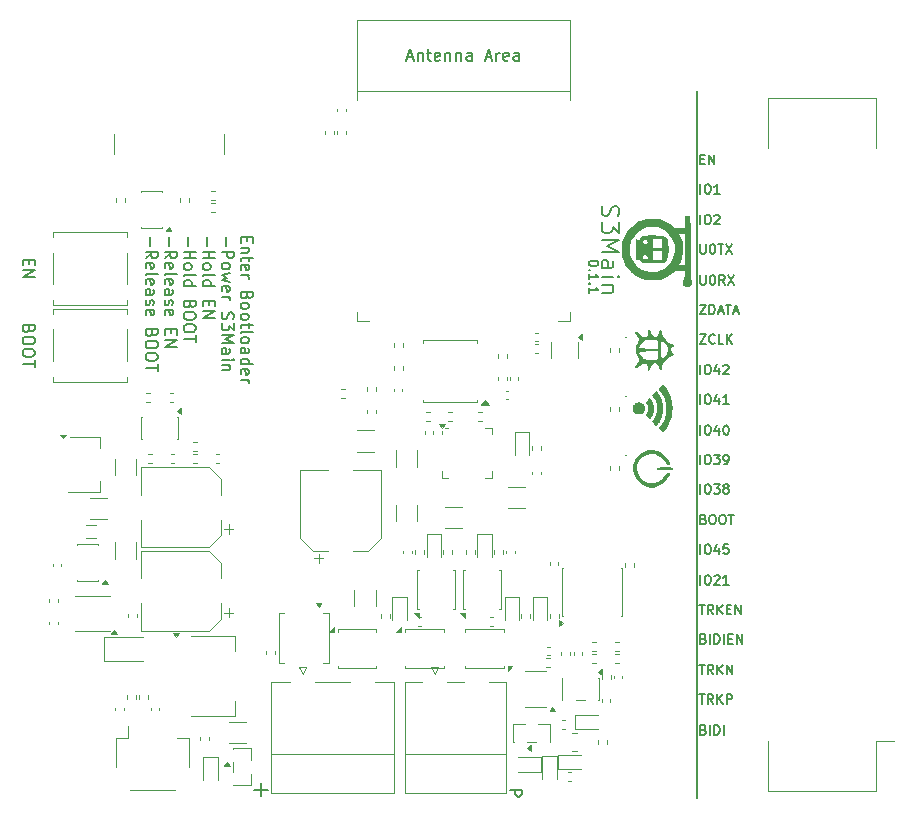
<source format=gto>
G04 #@! TF.GenerationSoftware,KiCad,Pcbnew,9.0.5*
G04 #@! TF.CreationDate,2025-12-14T20:02:12+01:00*
G04 #@! TF.ProjectId,s3main,73336d61-696e-42e6-9b69-6361645f7063,0.1.1*
G04 #@! TF.SameCoordinates,Original*
G04 #@! TF.FileFunction,Legend,Top*
G04 #@! TF.FilePolarity,Positive*
%FSLAX46Y46*%
G04 Gerber Fmt 4.6, Leading zero omitted, Abs format (unit mm)*
G04 Created by KiCad (PCBNEW 9.0.5) date 2025-12-14 20:02:12*
%MOMM*%
%LPD*%
G01*
G04 APERTURE LIST*
%ADD10C,0.150000*%
%ADD11C,0.100000*%
%ADD12C,0.120000*%
%ADD13C,0.000000*%
G04 APERTURE END LIST*
D10*
X172900000Y-67600000D02*
X172900000Y-127400000D01*
X173189160Y-78862295D02*
X173189160Y-78062295D01*
X173722493Y-78062295D02*
X173874874Y-78062295D01*
X173874874Y-78062295D02*
X173951064Y-78100390D01*
X173951064Y-78100390D02*
X174027255Y-78176580D01*
X174027255Y-78176580D02*
X174065350Y-78328961D01*
X174065350Y-78328961D02*
X174065350Y-78595628D01*
X174065350Y-78595628D02*
X174027255Y-78748009D01*
X174027255Y-78748009D02*
X173951064Y-78824200D01*
X173951064Y-78824200D02*
X173874874Y-78862295D01*
X173874874Y-78862295D02*
X173722493Y-78862295D01*
X173722493Y-78862295D02*
X173646302Y-78824200D01*
X173646302Y-78824200D02*
X173570112Y-78748009D01*
X173570112Y-78748009D02*
X173532016Y-78595628D01*
X173532016Y-78595628D02*
X173532016Y-78328961D01*
X173532016Y-78328961D02*
X173570112Y-78176580D01*
X173570112Y-78176580D02*
X173646302Y-78100390D01*
X173646302Y-78100390D02*
X173722493Y-78062295D01*
X174370111Y-78138485D02*
X174408207Y-78100390D01*
X174408207Y-78100390D02*
X174484397Y-78062295D01*
X174484397Y-78062295D02*
X174674873Y-78062295D01*
X174674873Y-78062295D02*
X174751064Y-78100390D01*
X174751064Y-78100390D02*
X174789159Y-78138485D01*
X174789159Y-78138485D02*
X174827254Y-78214676D01*
X174827254Y-78214676D02*
X174827254Y-78290866D01*
X174827254Y-78290866D02*
X174789159Y-78405152D01*
X174789159Y-78405152D02*
X174332016Y-78862295D01*
X174332016Y-78862295D02*
X174827254Y-78862295D01*
X173189160Y-96662295D02*
X173189160Y-95862295D01*
X173722493Y-95862295D02*
X173874874Y-95862295D01*
X173874874Y-95862295D02*
X173951064Y-95900390D01*
X173951064Y-95900390D02*
X174027255Y-95976580D01*
X174027255Y-95976580D02*
X174065350Y-96128961D01*
X174065350Y-96128961D02*
X174065350Y-96395628D01*
X174065350Y-96395628D02*
X174027255Y-96548009D01*
X174027255Y-96548009D02*
X173951064Y-96624200D01*
X173951064Y-96624200D02*
X173874874Y-96662295D01*
X173874874Y-96662295D02*
X173722493Y-96662295D01*
X173722493Y-96662295D02*
X173646302Y-96624200D01*
X173646302Y-96624200D02*
X173570112Y-96548009D01*
X173570112Y-96548009D02*
X173532016Y-96395628D01*
X173532016Y-96395628D02*
X173532016Y-96128961D01*
X173532016Y-96128961D02*
X173570112Y-95976580D01*
X173570112Y-95976580D02*
X173646302Y-95900390D01*
X173646302Y-95900390D02*
X173722493Y-95862295D01*
X174751064Y-96128961D02*
X174751064Y-96662295D01*
X174560588Y-95824200D02*
X174370111Y-96395628D01*
X174370111Y-96395628D02*
X174865350Y-96395628D01*
X175322493Y-95862295D02*
X175398683Y-95862295D01*
X175398683Y-95862295D02*
X175474874Y-95900390D01*
X175474874Y-95900390D02*
X175512969Y-95938485D01*
X175512969Y-95938485D02*
X175551064Y-96014676D01*
X175551064Y-96014676D02*
X175589159Y-96167057D01*
X175589159Y-96167057D02*
X175589159Y-96357533D01*
X175589159Y-96357533D02*
X175551064Y-96509914D01*
X175551064Y-96509914D02*
X175512969Y-96586104D01*
X175512969Y-96586104D02*
X175474874Y-96624200D01*
X175474874Y-96624200D02*
X175398683Y-96662295D01*
X175398683Y-96662295D02*
X175322493Y-96662295D01*
X175322493Y-96662295D02*
X175246302Y-96624200D01*
X175246302Y-96624200D02*
X175208207Y-96586104D01*
X175208207Y-96586104D02*
X175170112Y-96509914D01*
X175170112Y-96509914D02*
X175132016Y-96357533D01*
X175132016Y-96357533D02*
X175132016Y-96167057D01*
X175132016Y-96167057D02*
X175170112Y-96014676D01*
X175170112Y-96014676D02*
X175208207Y-95938485D01*
X175208207Y-95938485D02*
X175246302Y-95900390D01*
X175246302Y-95900390D02*
X175322493Y-95862295D01*
X173189160Y-80562295D02*
X173189160Y-81209914D01*
X173189160Y-81209914D02*
X173227255Y-81286104D01*
X173227255Y-81286104D02*
X173265350Y-81324200D01*
X173265350Y-81324200D02*
X173341541Y-81362295D01*
X173341541Y-81362295D02*
X173493922Y-81362295D01*
X173493922Y-81362295D02*
X173570112Y-81324200D01*
X173570112Y-81324200D02*
X173608207Y-81286104D01*
X173608207Y-81286104D02*
X173646303Y-81209914D01*
X173646303Y-81209914D02*
X173646303Y-80562295D01*
X174179636Y-80562295D02*
X174255826Y-80562295D01*
X174255826Y-80562295D02*
X174332017Y-80600390D01*
X174332017Y-80600390D02*
X174370112Y-80638485D01*
X174370112Y-80638485D02*
X174408207Y-80714676D01*
X174408207Y-80714676D02*
X174446302Y-80867057D01*
X174446302Y-80867057D02*
X174446302Y-81057533D01*
X174446302Y-81057533D02*
X174408207Y-81209914D01*
X174408207Y-81209914D02*
X174370112Y-81286104D01*
X174370112Y-81286104D02*
X174332017Y-81324200D01*
X174332017Y-81324200D02*
X174255826Y-81362295D01*
X174255826Y-81362295D02*
X174179636Y-81362295D01*
X174179636Y-81362295D02*
X174103445Y-81324200D01*
X174103445Y-81324200D02*
X174065350Y-81286104D01*
X174065350Y-81286104D02*
X174027255Y-81209914D01*
X174027255Y-81209914D02*
X173989159Y-81057533D01*
X173989159Y-81057533D02*
X173989159Y-80867057D01*
X173989159Y-80867057D02*
X174027255Y-80714676D01*
X174027255Y-80714676D02*
X174065350Y-80638485D01*
X174065350Y-80638485D02*
X174103445Y-80600390D01*
X174103445Y-80600390D02*
X174179636Y-80562295D01*
X174674874Y-80562295D02*
X175132017Y-80562295D01*
X174903445Y-81362295D02*
X174903445Y-80562295D01*
X175322493Y-80562295D02*
X175855827Y-81362295D01*
X175855827Y-80562295D02*
X175322493Y-81362295D01*
X173189160Y-76262295D02*
X173189160Y-75462295D01*
X173722493Y-75462295D02*
X173874874Y-75462295D01*
X173874874Y-75462295D02*
X173951064Y-75500390D01*
X173951064Y-75500390D02*
X174027255Y-75576580D01*
X174027255Y-75576580D02*
X174065350Y-75728961D01*
X174065350Y-75728961D02*
X174065350Y-75995628D01*
X174065350Y-75995628D02*
X174027255Y-76148009D01*
X174027255Y-76148009D02*
X173951064Y-76224200D01*
X173951064Y-76224200D02*
X173874874Y-76262295D01*
X173874874Y-76262295D02*
X173722493Y-76262295D01*
X173722493Y-76262295D02*
X173646302Y-76224200D01*
X173646302Y-76224200D02*
X173570112Y-76148009D01*
X173570112Y-76148009D02*
X173532016Y-75995628D01*
X173532016Y-75995628D02*
X173532016Y-75728961D01*
X173532016Y-75728961D02*
X173570112Y-75576580D01*
X173570112Y-75576580D02*
X173646302Y-75500390D01*
X173646302Y-75500390D02*
X173722493Y-75462295D01*
X174827254Y-76262295D02*
X174370111Y-76262295D01*
X174598683Y-76262295D02*
X174598683Y-75462295D01*
X174598683Y-75462295D02*
X174522492Y-75576580D01*
X174522492Y-75576580D02*
X174446302Y-75652771D01*
X174446302Y-75652771D02*
X174370111Y-75690866D01*
X116328990Y-87742857D02*
X116281371Y-87885714D01*
X116281371Y-87885714D02*
X116233752Y-87933333D01*
X116233752Y-87933333D02*
X116138514Y-87980952D01*
X116138514Y-87980952D02*
X115995657Y-87980952D01*
X115995657Y-87980952D02*
X115900419Y-87933333D01*
X115900419Y-87933333D02*
X115852800Y-87885714D01*
X115852800Y-87885714D02*
X115805180Y-87790476D01*
X115805180Y-87790476D02*
X115805180Y-87409524D01*
X115805180Y-87409524D02*
X116805180Y-87409524D01*
X116805180Y-87409524D02*
X116805180Y-87742857D01*
X116805180Y-87742857D02*
X116757561Y-87838095D01*
X116757561Y-87838095D02*
X116709942Y-87885714D01*
X116709942Y-87885714D02*
X116614704Y-87933333D01*
X116614704Y-87933333D02*
X116519466Y-87933333D01*
X116519466Y-87933333D02*
X116424228Y-87885714D01*
X116424228Y-87885714D02*
X116376609Y-87838095D01*
X116376609Y-87838095D02*
X116328990Y-87742857D01*
X116328990Y-87742857D02*
X116328990Y-87409524D01*
X116805180Y-88600000D02*
X116805180Y-88790476D01*
X116805180Y-88790476D02*
X116757561Y-88885714D01*
X116757561Y-88885714D02*
X116662323Y-88980952D01*
X116662323Y-88980952D02*
X116471847Y-89028571D01*
X116471847Y-89028571D02*
X116138514Y-89028571D01*
X116138514Y-89028571D02*
X115948038Y-88980952D01*
X115948038Y-88980952D02*
X115852800Y-88885714D01*
X115852800Y-88885714D02*
X115805180Y-88790476D01*
X115805180Y-88790476D02*
X115805180Y-88600000D01*
X115805180Y-88600000D02*
X115852800Y-88504762D01*
X115852800Y-88504762D02*
X115948038Y-88409524D01*
X115948038Y-88409524D02*
X116138514Y-88361905D01*
X116138514Y-88361905D02*
X116471847Y-88361905D01*
X116471847Y-88361905D02*
X116662323Y-88409524D01*
X116662323Y-88409524D02*
X116757561Y-88504762D01*
X116757561Y-88504762D02*
X116805180Y-88600000D01*
X116805180Y-89647619D02*
X116805180Y-89838095D01*
X116805180Y-89838095D02*
X116757561Y-89933333D01*
X116757561Y-89933333D02*
X116662323Y-90028571D01*
X116662323Y-90028571D02*
X116471847Y-90076190D01*
X116471847Y-90076190D02*
X116138514Y-90076190D01*
X116138514Y-90076190D02*
X115948038Y-90028571D01*
X115948038Y-90028571D02*
X115852800Y-89933333D01*
X115852800Y-89933333D02*
X115805180Y-89838095D01*
X115805180Y-89838095D02*
X115805180Y-89647619D01*
X115805180Y-89647619D02*
X115852800Y-89552381D01*
X115852800Y-89552381D02*
X115948038Y-89457143D01*
X115948038Y-89457143D02*
X116138514Y-89409524D01*
X116138514Y-89409524D02*
X116471847Y-89409524D01*
X116471847Y-89409524D02*
X116662323Y-89457143D01*
X116662323Y-89457143D02*
X116757561Y-89552381D01*
X116757561Y-89552381D02*
X116805180Y-89647619D01*
X116805180Y-90361905D02*
X116805180Y-90933333D01*
X115805180Y-90647619D02*
X116805180Y-90647619D01*
X135428571Y-126714700D02*
X136571429Y-126714700D01*
X136000000Y-127286128D02*
X136000000Y-126143271D01*
X164537704Y-82119048D02*
X164537704Y-82195238D01*
X164537704Y-82195238D02*
X164499609Y-82271429D01*
X164499609Y-82271429D02*
X164461514Y-82309524D01*
X164461514Y-82309524D02*
X164385323Y-82347619D01*
X164385323Y-82347619D02*
X164232942Y-82385714D01*
X164232942Y-82385714D02*
X164042466Y-82385714D01*
X164042466Y-82385714D02*
X163890085Y-82347619D01*
X163890085Y-82347619D02*
X163813895Y-82309524D01*
X163813895Y-82309524D02*
X163775800Y-82271429D01*
X163775800Y-82271429D02*
X163737704Y-82195238D01*
X163737704Y-82195238D02*
X163737704Y-82119048D01*
X163737704Y-82119048D02*
X163775800Y-82042857D01*
X163775800Y-82042857D02*
X163813895Y-82004762D01*
X163813895Y-82004762D02*
X163890085Y-81966667D01*
X163890085Y-81966667D02*
X164042466Y-81928571D01*
X164042466Y-81928571D02*
X164232942Y-81928571D01*
X164232942Y-81928571D02*
X164385323Y-81966667D01*
X164385323Y-81966667D02*
X164461514Y-82004762D01*
X164461514Y-82004762D02*
X164499609Y-82042857D01*
X164499609Y-82042857D02*
X164537704Y-82119048D01*
X163813895Y-82728572D02*
X163775800Y-82766667D01*
X163775800Y-82766667D02*
X163737704Y-82728572D01*
X163737704Y-82728572D02*
X163775800Y-82690476D01*
X163775800Y-82690476D02*
X163813895Y-82728572D01*
X163813895Y-82728572D02*
X163737704Y-82728572D01*
X163737704Y-83528571D02*
X163737704Y-83071428D01*
X163737704Y-83300000D02*
X164537704Y-83300000D01*
X164537704Y-83300000D02*
X164423419Y-83223809D01*
X164423419Y-83223809D02*
X164347228Y-83147619D01*
X164347228Y-83147619D02*
X164309133Y-83071428D01*
X163813895Y-83871429D02*
X163775800Y-83909524D01*
X163775800Y-83909524D02*
X163737704Y-83871429D01*
X163737704Y-83871429D02*
X163775800Y-83833333D01*
X163775800Y-83833333D02*
X163813895Y-83871429D01*
X163813895Y-83871429D02*
X163737704Y-83871429D01*
X163737704Y-84671428D02*
X163737704Y-84214285D01*
X163737704Y-84442857D02*
X164537704Y-84442857D01*
X164537704Y-84442857D02*
X164423419Y-84366666D01*
X164423419Y-84366666D02*
X164347228Y-84290476D01*
X164347228Y-84290476D02*
X164309133Y-84214285D01*
X173189160Y-73343247D02*
X173455826Y-73343247D01*
X173570112Y-73762295D02*
X173189160Y-73762295D01*
X173189160Y-73762295D02*
X173189160Y-72962295D01*
X173189160Y-72962295D02*
X173570112Y-72962295D01*
X173912970Y-73762295D02*
X173912970Y-72962295D01*
X173912970Y-72962295D02*
X174370113Y-73762295D01*
X174370113Y-73762295D02*
X174370113Y-72962295D01*
X173455826Y-113943247D02*
X173570112Y-113981342D01*
X173570112Y-113981342D02*
X173608207Y-114019438D01*
X173608207Y-114019438D02*
X173646303Y-114095628D01*
X173646303Y-114095628D02*
X173646303Y-114209914D01*
X173646303Y-114209914D02*
X173608207Y-114286104D01*
X173608207Y-114286104D02*
X173570112Y-114324200D01*
X173570112Y-114324200D02*
X173493922Y-114362295D01*
X173493922Y-114362295D02*
X173189160Y-114362295D01*
X173189160Y-114362295D02*
X173189160Y-113562295D01*
X173189160Y-113562295D02*
X173455826Y-113562295D01*
X173455826Y-113562295D02*
X173532017Y-113600390D01*
X173532017Y-113600390D02*
X173570112Y-113638485D01*
X173570112Y-113638485D02*
X173608207Y-113714676D01*
X173608207Y-113714676D02*
X173608207Y-113790866D01*
X173608207Y-113790866D02*
X173570112Y-113867057D01*
X173570112Y-113867057D02*
X173532017Y-113905152D01*
X173532017Y-113905152D02*
X173455826Y-113943247D01*
X173455826Y-113943247D02*
X173189160Y-113943247D01*
X173989160Y-114362295D02*
X173989160Y-113562295D01*
X174370112Y-114362295D02*
X174370112Y-113562295D01*
X174370112Y-113562295D02*
X174560588Y-113562295D01*
X174560588Y-113562295D02*
X174674874Y-113600390D01*
X174674874Y-113600390D02*
X174751064Y-113676580D01*
X174751064Y-113676580D02*
X174789159Y-113752771D01*
X174789159Y-113752771D02*
X174827255Y-113905152D01*
X174827255Y-113905152D02*
X174827255Y-114019438D01*
X174827255Y-114019438D02*
X174789159Y-114171819D01*
X174789159Y-114171819D02*
X174751064Y-114248009D01*
X174751064Y-114248009D02*
X174674874Y-114324200D01*
X174674874Y-114324200D02*
X174560588Y-114362295D01*
X174560588Y-114362295D02*
X174370112Y-114362295D01*
X175170112Y-114362295D02*
X175170112Y-113562295D01*
X175551064Y-113943247D02*
X175817730Y-113943247D01*
X175932016Y-114362295D02*
X175551064Y-114362295D01*
X175551064Y-114362295D02*
X175551064Y-113562295D01*
X175551064Y-113562295D02*
X175932016Y-113562295D01*
X176274874Y-114362295D02*
X176274874Y-113562295D01*
X176274874Y-113562295D02*
X176732017Y-114362295D01*
X176732017Y-114362295D02*
X176732017Y-113562295D01*
X173189160Y-94062295D02*
X173189160Y-93262295D01*
X173722493Y-93262295D02*
X173874874Y-93262295D01*
X173874874Y-93262295D02*
X173951064Y-93300390D01*
X173951064Y-93300390D02*
X174027255Y-93376580D01*
X174027255Y-93376580D02*
X174065350Y-93528961D01*
X174065350Y-93528961D02*
X174065350Y-93795628D01*
X174065350Y-93795628D02*
X174027255Y-93948009D01*
X174027255Y-93948009D02*
X173951064Y-94024200D01*
X173951064Y-94024200D02*
X173874874Y-94062295D01*
X173874874Y-94062295D02*
X173722493Y-94062295D01*
X173722493Y-94062295D02*
X173646302Y-94024200D01*
X173646302Y-94024200D02*
X173570112Y-93948009D01*
X173570112Y-93948009D02*
X173532016Y-93795628D01*
X173532016Y-93795628D02*
X173532016Y-93528961D01*
X173532016Y-93528961D02*
X173570112Y-93376580D01*
X173570112Y-93376580D02*
X173646302Y-93300390D01*
X173646302Y-93300390D02*
X173722493Y-93262295D01*
X174751064Y-93528961D02*
X174751064Y-94062295D01*
X174560588Y-93224200D02*
X174370111Y-93795628D01*
X174370111Y-93795628D02*
X174865350Y-93795628D01*
X175589159Y-94062295D02*
X175132016Y-94062295D01*
X175360588Y-94062295D02*
X175360588Y-93262295D01*
X175360588Y-93262295D02*
X175284397Y-93376580D01*
X175284397Y-93376580D02*
X175208207Y-93452771D01*
X175208207Y-93452771D02*
X175132016Y-93490866D01*
X173074874Y-111062295D02*
X173532017Y-111062295D01*
X173303445Y-111862295D02*
X173303445Y-111062295D01*
X174255827Y-111862295D02*
X173989160Y-111481342D01*
X173798684Y-111862295D02*
X173798684Y-111062295D01*
X173798684Y-111062295D02*
X174103446Y-111062295D01*
X174103446Y-111062295D02*
X174179636Y-111100390D01*
X174179636Y-111100390D02*
X174217731Y-111138485D01*
X174217731Y-111138485D02*
X174255827Y-111214676D01*
X174255827Y-111214676D02*
X174255827Y-111328961D01*
X174255827Y-111328961D02*
X174217731Y-111405152D01*
X174217731Y-111405152D02*
X174179636Y-111443247D01*
X174179636Y-111443247D02*
X174103446Y-111481342D01*
X174103446Y-111481342D02*
X173798684Y-111481342D01*
X174598684Y-111862295D02*
X174598684Y-111062295D01*
X175055827Y-111862295D02*
X174712969Y-111405152D01*
X175055827Y-111062295D02*
X174598684Y-111519438D01*
X175398684Y-111443247D02*
X175665350Y-111443247D01*
X175779636Y-111862295D02*
X175398684Y-111862295D01*
X175398684Y-111862295D02*
X175398684Y-111062295D01*
X175398684Y-111062295D02*
X175779636Y-111062295D01*
X176122494Y-111862295D02*
X176122494Y-111062295D01*
X176122494Y-111062295D02*
X176579637Y-111862295D01*
X176579637Y-111862295D02*
X176579637Y-111062295D01*
X173189160Y-109362295D02*
X173189160Y-108562295D01*
X173722493Y-108562295D02*
X173874874Y-108562295D01*
X173874874Y-108562295D02*
X173951064Y-108600390D01*
X173951064Y-108600390D02*
X174027255Y-108676580D01*
X174027255Y-108676580D02*
X174065350Y-108828961D01*
X174065350Y-108828961D02*
X174065350Y-109095628D01*
X174065350Y-109095628D02*
X174027255Y-109248009D01*
X174027255Y-109248009D02*
X173951064Y-109324200D01*
X173951064Y-109324200D02*
X173874874Y-109362295D01*
X173874874Y-109362295D02*
X173722493Y-109362295D01*
X173722493Y-109362295D02*
X173646302Y-109324200D01*
X173646302Y-109324200D02*
X173570112Y-109248009D01*
X173570112Y-109248009D02*
X173532016Y-109095628D01*
X173532016Y-109095628D02*
X173532016Y-108828961D01*
X173532016Y-108828961D02*
X173570112Y-108676580D01*
X173570112Y-108676580D02*
X173646302Y-108600390D01*
X173646302Y-108600390D02*
X173722493Y-108562295D01*
X174370111Y-108638485D02*
X174408207Y-108600390D01*
X174408207Y-108600390D02*
X174484397Y-108562295D01*
X174484397Y-108562295D02*
X174674873Y-108562295D01*
X174674873Y-108562295D02*
X174751064Y-108600390D01*
X174751064Y-108600390D02*
X174789159Y-108638485D01*
X174789159Y-108638485D02*
X174827254Y-108714676D01*
X174827254Y-108714676D02*
X174827254Y-108790866D01*
X174827254Y-108790866D02*
X174789159Y-108905152D01*
X174789159Y-108905152D02*
X174332016Y-109362295D01*
X174332016Y-109362295D02*
X174827254Y-109362295D01*
X175589159Y-109362295D02*
X175132016Y-109362295D01*
X175360588Y-109362295D02*
X175360588Y-108562295D01*
X175360588Y-108562295D02*
X175284397Y-108676580D01*
X175284397Y-108676580D02*
X175208207Y-108752771D01*
X175208207Y-108752771D02*
X175132016Y-108790866D01*
X157045180Y-126738095D02*
X158045180Y-126738095D01*
X158045180Y-126738095D02*
X158045180Y-127119047D01*
X158045180Y-127119047D02*
X157997561Y-127214285D01*
X157997561Y-127214285D02*
X157949942Y-127261904D01*
X157949942Y-127261904D02*
X157854704Y-127309523D01*
X157854704Y-127309523D02*
X157711847Y-127309523D01*
X157711847Y-127309523D02*
X157616609Y-127261904D01*
X157616609Y-127261904D02*
X157568990Y-127214285D01*
X157568990Y-127214285D02*
X157521371Y-127119047D01*
X157521371Y-127119047D02*
X157521371Y-126738095D01*
X173455826Y-103843247D02*
X173570112Y-103881342D01*
X173570112Y-103881342D02*
X173608207Y-103919438D01*
X173608207Y-103919438D02*
X173646303Y-103995628D01*
X173646303Y-103995628D02*
X173646303Y-104109914D01*
X173646303Y-104109914D02*
X173608207Y-104186104D01*
X173608207Y-104186104D02*
X173570112Y-104224200D01*
X173570112Y-104224200D02*
X173493922Y-104262295D01*
X173493922Y-104262295D02*
X173189160Y-104262295D01*
X173189160Y-104262295D02*
X173189160Y-103462295D01*
X173189160Y-103462295D02*
X173455826Y-103462295D01*
X173455826Y-103462295D02*
X173532017Y-103500390D01*
X173532017Y-103500390D02*
X173570112Y-103538485D01*
X173570112Y-103538485D02*
X173608207Y-103614676D01*
X173608207Y-103614676D02*
X173608207Y-103690866D01*
X173608207Y-103690866D02*
X173570112Y-103767057D01*
X173570112Y-103767057D02*
X173532017Y-103805152D01*
X173532017Y-103805152D02*
X173455826Y-103843247D01*
X173455826Y-103843247D02*
X173189160Y-103843247D01*
X174141541Y-103462295D02*
X174293922Y-103462295D01*
X174293922Y-103462295D02*
X174370112Y-103500390D01*
X174370112Y-103500390D02*
X174446303Y-103576580D01*
X174446303Y-103576580D02*
X174484398Y-103728961D01*
X174484398Y-103728961D02*
X174484398Y-103995628D01*
X174484398Y-103995628D02*
X174446303Y-104148009D01*
X174446303Y-104148009D02*
X174370112Y-104224200D01*
X174370112Y-104224200D02*
X174293922Y-104262295D01*
X174293922Y-104262295D02*
X174141541Y-104262295D01*
X174141541Y-104262295D02*
X174065350Y-104224200D01*
X174065350Y-104224200D02*
X173989160Y-104148009D01*
X173989160Y-104148009D02*
X173951064Y-103995628D01*
X173951064Y-103995628D02*
X173951064Y-103728961D01*
X173951064Y-103728961D02*
X173989160Y-103576580D01*
X173989160Y-103576580D02*
X174065350Y-103500390D01*
X174065350Y-103500390D02*
X174141541Y-103462295D01*
X174979636Y-103462295D02*
X175132017Y-103462295D01*
X175132017Y-103462295D02*
X175208207Y-103500390D01*
X175208207Y-103500390D02*
X175284398Y-103576580D01*
X175284398Y-103576580D02*
X175322493Y-103728961D01*
X175322493Y-103728961D02*
X175322493Y-103995628D01*
X175322493Y-103995628D02*
X175284398Y-104148009D01*
X175284398Y-104148009D02*
X175208207Y-104224200D01*
X175208207Y-104224200D02*
X175132017Y-104262295D01*
X175132017Y-104262295D02*
X174979636Y-104262295D01*
X174979636Y-104262295D02*
X174903445Y-104224200D01*
X174903445Y-104224200D02*
X174827255Y-104148009D01*
X174827255Y-104148009D02*
X174789159Y-103995628D01*
X174789159Y-103995628D02*
X174789159Y-103728961D01*
X174789159Y-103728961D02*
X174827255Y-103576580D01*
X174827255Y-103576580D02*
X174903445Y-103500390D01*
X174903445Y-103500390D02*
X174979636Y-103462295D01*
X175551064Y-103462295D02*
X176008207Y-103462295D01*
X175779635Y-104262295D02*
X175779635Y-103462295D01*
X134793850Y-79936779D02*
X134793850Y-80270112D01*
X134270040Y-80412969D02*
X134270040Y-79936779D01*
X134270040Y-79936779D02*
X135270040Y-79936779D01*
X135270040Y-79936779D02*
X135270040Y-80412969D01*
X134936707Y-80841541D02*
X134270040Y-80841541D01*
X134841469Y-80841541D02*
X134889088Y-80889160D01*
X134889088Y-80889160D02*
X134936707Y-80984398D01*
X134936707Y-80984398D02*
X134936707Y-81127255D01*
X134936707Y-81127255D02*
X134889088Y-81222493D01*
X134889088Y-81222493D02*
X134793850Y-81270112D01*
X134793850Y-81270112D02*
X134270040Y-81270112D01*
X134936707Y-81603446D02*
X134936707Y-81984398D01*
X135270040Y-81746303D02*
X134412898Y-81746303D01*
X134412898Y-81746303D02*
X134317660Y-81793922D01*
X134317660Y-81793922D02*
X134270040Y-81889160D01*
X134270040Y-81889160D02*
X134270040Y-81984398D01*
X134317660Y-82698684D02*
X134270040Y-82603446D01*
X134270040Y-82603446D02*
X134270040Y-82412970D01*
X134270040Y-82412970D02*
X134317660Y-82317732D01*
X134317660Y-82317732D02*
X134412898Y-82270113D01*
X134412898Y-82270113D02*
X134793850Y-82270113D01*
X134793850Y-82270113D02*
X134889088Y-82317732D01*
X134889088Y-82317732D02*
X134936707Y-82412970D01*
X134936707Y-82412970D02*
X134936707Y-82603446D01*
X134936707Y-82603446D02*
X134889088Y-82698684D01*
X134889088Y-82698684D02*
X134793850Y-82746303D01*
X134793850Y-82746303D02*
X134698612Y-82746303D01*
X134698612Y-82746303D02*
X134603374Y-82270113D01*
X134270040Y-83174875D02*
X134936707Y-83174875D01*
X134746231Y-83174875D02*
X134841469Y-83222494D01*
X134841469Y-83222494D02*
X134889088Y-83270113D01*
X134889088Y-83270113D02*
X134936707Y-83365351D01*
X134936707Y-83365351D02*
X134936707Y-83460589D01*
X134793850Y-84889161D02*
X134746231Y-85032018D01*
X134746231Y-85032018D02*
X134698612Y-85079637D01*
X134698612Y-85079637D02*
X134603374Y-85127256D01*
X134603374Y-85127256D02*
X134460517Y-85127256D01*
X134460517Y-85127256D02*
X134365279Y-85079637D01*
X134365279Y-85079637D02*
X134317660Y-85032018D01*
X134317660Y-85032018D02*
X134270040Y-84936780D01*
X134270040Y-84936780D02*
X134270040Y-84555828D01*
X134270040Y-84555828D02*
X135270040Y-84555828D01*
X135270040Y-84555828D02*
X135270040Y-84889161D01*
X135270040Y-84889161D02*
X135222421Y-84984399D01*
X135222421Y-84984399D02*
X135174802Y-85032018D01*
X135174802Y-85032018D02*
X135079564Y-85079637D01*
X135079564Y-85079637D02*
X134984326Y-85079637D01*
X134984326Y-85079637D02*
X134889088Y-85032018D01*
X134889088Y-85032018D02*
X134841469Y-84984399D01*
X134841469Y-84984399D02*
X134793850Y-84889161D01*
X134793850Y-84889161D02*
X134793850Y-84555828D01*
X134270040Y-85698685D02*
X134317660Y-85603447D01*
X134317660Y-85603447D02*
X134365279Y-85555828D01*
X134365279Y-85555828D02*
X134460517Y-85508209D01*
X134460517Y-85508209D02*
X134746231Y-85508209D01*
X134746231Y-85508209D02*
X134841469Y-85555828D01*
X134841469Y-85555828D02*
X134889088Y-85603447D01*
X134889088Y-85603447D02*
X134936707Y-85698685D01*
X134936707Y-85698685D02*
X134936707Y-85841542D01*
X134936707Y-85841542D02*
X134889088Y-85936780D01*
X134889088Y-85936780D02*
X134841469Y-85984399D01*
X134841469Y-85984399D02*
X134746231Y-86032018D01*
X134746231Y-86032018D02*
X134460517Y-86032018D01*
X134460517Y-86032018D02*
X134365279Y-85984399D01*
X134365279Y-85984399D02*
X134317660Y-85936780D01*
X134317660Y-85936780D02*
X134270040Y-85841542D01*
X134270040Y-85841542D02*
X134270040Y-85698685D01*
X134270040Y-86603447D02*
X134317660Y-86508209D01*
X134317660Y-86508209D02*
X134365279Y-86460590D01*
X134365279Y-86460590D02*
X134460517Y-86412971D01*
X134460517Y-86412971D02*
X134746231Y-86412971D01*
X134746231Y-86412971D02*
X134841469Y-86460590D01*
X134841469Y-86460590D02*
X134889088Y-86508209D01*
X134889088Y-86508209D02*
X134936707Y-86603447D01*
X134936707Y-86603447D02*
X134936707Y-86746304D01*
X134936707Y-86746304D02*
X134889088Y-86841542D01*
X134889088Y-86841542D02*
X134841469Y-86889161D01*
X134841469Y-86889161D02*
X134746231Y-86936780D01*
X134746231Y-86936780D02*
X134460517Y-86936780D01*
X134460517Y-86936780D02*
X134365279Y-86889161D01*
X134365279Y-86889161D02*
X134317660Y-86841542D01*
X134317660Y-86841542D02*
X134270040Y-86746304D01*
X134270040Y-86746304D02*
X134270040Y-86603447D01*
X134936707Y-87222495D02*
X134936707Y-87603447D01*
X135270040Y-87365352D02*
X134412898Y-87365352D01*
X134412898Y-87365352D02*
X134317660Y-87412971D01*
X134317660Y-87412971D02*
X134270040Y-87508209D01*
X134270040Y-87508209D02*
X134270040Y-87603447D01*
X134270040Y-88079638D02*
X134317660Y-87984400D01*
X134317660Y-87984400D02*
X134412898Y-87936781D01*
X134412898Y-87936781D02*
X135270040Y-87936781D01*
X134270040Y-88603448D02*
X134317660Y-88508210D01*
X134317660Y-88508210D02*
X134365279Y-88460591D01*
X134365279Y-88460591D02*
X134460517Y-88412972D01*
X134460517Y-88412972D02*
X134746231Y-88412972D01*
X134746231Y-88412972D02*
X134841469Y-88460591D01*
X134841469Y-88460591D02*
X134889088Y-88508210D01*
X134889088Y-88508210D02*
X134936707Y-88603448D01*
X134936707Y-88603448D02*
X134936707Y-88746305D01*
X134936707Y-88746305D02*
X134889088Y-88841543D01*
X134889088Y-88841543D02*
X134841469Y-88889162D01*
X134841469Y-88889162D02*
X134746231Y-88936781D01*
X134746231Y-88936781D02*
X134460517Y-88936781D01*
X134460517Y-88936781D02*
X134365279Y-88889162D01*
X134365279Y-88889162D02*
X134317660Y-88841543D01*
X134317660Y-88841543D02*
X134270040Y-88746305D01*
X134270040Y-88746305D02*
X134270040Y-88603448D01*
X134270040Y-89793924D02*
X134793850Y-89793924D01*
X134793850Y-89793924D02*
X134889088Y-89746305D01*
X134889088Y-89746305D02*
X134936707Y-89651067D01*
X134936707Y-89651067D02*
X134936707Y-89460591D01*
X134936707Y-89460591D02*
X134889088Y-89365353D01*
X134317660Y-89793924D02*
X134270040Y-89698686D01*
X134270040Y-89698686D02*
X134270040Y-89460591D01*
X134270040Y-89460591D02*
X134317660Y-89365353D01*
X134317660Y-89365353D02*
X134412898Y-89317734D01*
X134412898Y-89317734D02*
X134508136Y-89317734D01*
X134508136Y-89317734D02*
X134603374Y-89365353D01*
X134603374Y-89365353D02*
X134650993Y-89460591D01*
X134650993Y-89460591D02*
X134650993Y-89698686D01*
X134650993Y-89698686D02*
X134698612Y-89793924D01*
X134270040Y-90698686D02*
X135270040Y-90698686D01*
X134317660Y-90698686D02*
X134270040Y-90603448D01*
X134270040Y-90603448D02*
X134270040Y-90412972D01*
X134270040Y-90412972D02*
X134317660Y-90317734D01*
X134317660Y-90317734D02*
X134365279Y-90270115D01*
X134365279Y-90270115D02*
X134460517Y-90222496D01*
X134460517Y-90222496D02*
X134746231Y-90222496D01*
X134746231Y-90222496D02*
X134841469Y-90270115D01*
X134841469Y-90270115D02*
X134889088Y-90317734D01*
X134889088Y-90317734D02*
X134936707Y-90412972D01*
X134936707Y-90412972D02*
X134936707Y-90603448D01*
X134936707Y-90603448D02*
X134889088Y-90698686D01*
X134317660Y-91555829D02*
X134270040Y-91460591D01*
X134270040Y-91460591D02*
X134270040Y-91270115D01*
X134270040Y-91270115D02*
X134317660Y-91174877D01*
X134317660Y-91174877D02*
X134412898Y-91127258D01*
X134412898Y-91127258D02*
X134793850Y-91127258D01*
X134793850Y-91127258D02*
X134889088Y-91174877D01*
X134889088Y-91174877D02*
X134936707Y-91270115D01*
X134936707Y-91270115D02*
X134936707Y-91460591D01*
X134936707Y-91460591D02*
X134889088Y-91555829D01*
X134889088Y-91555829D02*
X134793850Y-91603448D01*
X134793850Y-91603448D02*
X134698612Y-91603448D01*
X134698612Y-91603448D02*
X134603374Y-91127258D01*
X134270040Y-92032020D02*
X134936707Y-92032020D01*
X134746231Y-92032020D02*
X134841469Y-92079639D01*
X134841469Y-92079639D02*
X134889088Y-92127258D01*
X134889088Y-92127258D02*
X134936707Y-92222496D01*
X134936707Y-92222496D02*
X134936707Y-92317734D01*
X133041049Y-79936779D02*
X133041049Y-80698684D01*
X132660096Y-81174874D02*
X133660096Y-81174874D01*
X133660096Y-81174874D02*
X133660096Y-81555826D01*
X133660096Y-81555826D02*
X133612477Y-81651064D01*
X133612477Y-81651064D02*
X133564858Y-81698683D01*
X133564858Y-81698683D02*
X133469620Y-81746302D01*
X133469620Y-81746302D02*
X133326763Y-81746302D01*
X133326763Y-81746302D02*
X133231525Y-81698683D01*
X133231525Y-81698683D02*
X133183906Y-81651064D01*
X133183906Y-81651064D02*
X133136287Y-81555826D01*
X133136287Y-81555826D02*
X133136287Y-81174874D01*
X132660096Y-82317731D02*
X132707716Y-82222493D01*
X132707716Y-82222493D02*
X132755335Y-82174874D01*
X132755335Y-82174874D02*
X132850573Y-82127255D01*
X132850573Y-82127255D02*
X133136287Y-82127255D01*
X133136287Y-82127255D02*
X133231525Y-82174874D01*
X133231525Y-82174874D02*
X133279144Y-82222493D01*
X133279144Y-82222493D02*
X133326763Y-82317731D01*
X133326763Y-82317731D02*
X133326763Y-82460588D01*
X133326763Y-82460588D02*
X133279144Y-82555826D01*
X133279144Y-82555826D02*
X133231525Y-82603445D01*
X133231525Y-82603445D02*
X133136287Y-82651064D01*
X133136287Y-82651064D02*
X132850573Y-82651064D01*
X132850573Y-82651064D02*
X132755335Y-82603445D01*
X132755335Y-82603445D02*
X132707716Y-82555826D01*
X132707716Y-82555826D02*
X132660096Y-82460588D01*
X132660096Y-82460588D02*
X132660096Y-82317731D01*
X133326763Y-82984398D02*
X132660096Y-83174874D01*
X132660096Y-83174874D02*
X133136287Y-83365350D01*
X133136287Y-83365350D02*
X132660096Y-83555826D01*
X132660096Y-83555826D02*
X133326763Y-83746302D01*
X132707716Y-84508207D02*
X132660096Y-84412969D01*
X132660096Y-84412969D02*
X132660096Y-84222493D01*
X132660096Y-84222493D02*
X132707716Y-84127255D01*
X132707716Y-84127255D02*
X132802954Y-84079636D01*
X132802954Y-84079636D02*
X133183906Y-84079636D01*
X133183906Y-84079636D02*
X133279144Y-84127255D01*
X133279144Y-84127255D02*
X133326763Y-84222493D01*
X133326763Y-84222493D02*
X133326763Y-84412969D01*
X133326763Y-84412969D02*
X133279144Y-84508207D01*
X133279144Y-84508207D02*
X133183906Y-84555826D01*
X133183906Y-84555826D02*
X133088668Y-84555826D01*
X133088668Y-84555826D02*
X132993430Y-84079636D01*
X132660096Y-84984398D02*
X133326763Y-84984398D01*
X133136287Y-84984398D02*
X133231525Y-85032017D01*
X133231525Y-85032017D02*
X133279144Y-85079636D01*
X133279144Y-85079636D02*
X133326763Y-85174874D01*
X133326763Y-85174874D02*
X133326763Y-85270112D01*
X132707716Y-86317732D02*
X132660096Y-86460589D01*
X132660096Y-86460589D02*
X132660096Y-86698684D01*
X132660096Y-86698684D02*
X132707716Y-86793922D01*
X132707716Y-86793922D02*
X132755335Y-86841541D01*
X132755335Y-86841541D02*
X132850573Y-86889160D01*
X132850573Y-86889160D02*
X132945811Y-86889160D01*
X132945811Y-86889160D02*
X133041049Y-86841541D01*
X133041049Y-86841541D02*
X133088668Y-86793922D01*
X133088668Y-86793922D02*
X133136287Y-86698684D01*
X133136287Y-86698684D02*
X133183906Y-86508208D01*
X133183906Y-86508208D02*
X133231525Y-86412970D01*
X133231525Y-86412970D02*
X133279144Y-86365351D01*
X133279144Y-86365351D02*
X133374382Y-86317732D01*
X133374382Y-86317732D02*
X133469620Y-86317732D01*
X133469620Y-86317732D02*
X133564858Y-86365351D01*
X133564858Y-86365351D02*
X133612477Y-86412970D01*
X133612477Y-86412970D02*
X133660096Y-86508208D01*
X133660096Y-86508208D02*
X133660096Y-86746303D01*
X133660096Y-86746303D02*
X133612477Y-86889160D01*
X133660096Y-87222494D02*
X133660096Y-87841541D01*
X133660096Y-87841541D02*
X133279144Y-87508208D01*
X133279144Y-87508208D02*
X133279144Y-87651065D01*
X133279144Y-87651065D02*
X133231525Y-87746303D01*
X133231525Y-87746303D02*
X133183906Y-87793922D01*
X133183906Y-87793922D02*
X133088668Y-87841541D01*
X133088668Y-87841541D02*
X132850573Y-87841541D01*
X132850573Y-87841541D02*
X132755335Y-87793922D01*
X132755335Y-87793922D02*
X132707716Y-87746303D01*
X132707716Y-87746303D02*
X132660096Y-87651065D01*
X132660096Y-87651065D02*
X132660096Y-87365351D01*
X132660096Y-87365351D02*
X132707716Y-87270113D01*
X132707716Y-87270113D02*
X132755335Y-87222494D01*
X132660096Y-88270113D02*
X133660096Y-88270113D01*
X133660096Y-88270113D02*
X132945811Y-88603446D01*
X132945811Y-88603446D02*
X133660096Y-88936779D01*
X133660096Y-88936779D02*
X132660096Y-88936779D01*
X132660096Y-89841541D02*
X133183906Y-89841541D01*
X133183906Y-89841541D02*
X133279144Y-89793922D01*
X133279144Y-89793922D02*
X133326763Y-89698684D01*
X133326763Y-89698684D02*
X133326763Y-89508208D01*
X133326763Y-89508208D02*
X133279144Y-89412970D01*
X132707716Y-89841541D02*
X132660096Y-89746303D01*
X132660096Y-89746303D02*
X132660096Y-89508208D01*
X132660096Y-89508208D02*
X132707716Y-89412970D01*
X132707716Y-89412970D02*
X132802954Y-89365351D01*
X132802954Y-89365351D02*
X132898192Y-89365351D01*
X132898192Y-89365351D02*
X132993430Y-89412970D01*
X132993430Y-89412970D02*
X133041049Y-89508208D01*
X133041049Y-89508208D02*
X133041049Y-89746303D01*
X133041049Y-89746303D02*
X133088668Y-89841541D01*
X132660096Y-90317732D02*
X133326763Y-90317732D01*
X133660096Y-90317732D02*
X133612477Y-90270113D01*
X133612477Y-90270113D02*
X133564858Y-90317732D01*
X133564858Y-90317732D02*
X133612477Y-90365351D01*
X133612477Y-90365351D02*
X133660096Y-90317732D01*
X133660096Y-90317732D02*
X133564858Y-90317732D01*
X133326763Y-90793922D02*
X132660096Y-90793922D01*
X133231525Y-90793922D02*
X133279144Y-90841541D01*
X133279144Y-90841541D02*
X133326763Y-90936779D01*
X133326763Y-90936779D02*
X133326763Y-91079636D01*
X133326763Y-91079636D02*
X133279144Y-91174874D01*
X133279144Y-91174874D02*
X133183906Y-91222493D01*
X133183906Y-91222493D02*
X132660096Y-91222493D01*
X131431105Y-79936779D02*
X131431105Y-80698684D01*
X131050152Y-81174874D02*
X132050152Y-81174874D01*
X131573962Y-81174874D02*
X131573962Y-81746302D01*
X131050152Y-81746302D02*
X132050152Y-81746302D01*
X131050152Y-82365350D02*
X131097772Y-82270112D01*
X131097772Y-82270112D02*
X131145391Y-82222493D01*
X131145391Y-82222493D02*
X131240629Y-82174874D01*
X131240629Y-82174874D02*
X131526343Y-82174874D01*
X131526343Y-82174874D02*
X131621581Y-82222493D01*
X131621581Y-82222493D02*
X131669200Y-82270112D01*
X131669200Y-82270112D02*
X131716819Y-82365350D01*
X131716819Y-82365350D02*
X131716819Y-82508207D01*
X131716819Y-82508207D02*
X131669200Y-82603445D01*
X131669200Y-82603445D02*
X131621581Y-82651064D01*
X131621581Y-82651064D02*
X131526343Y-82698683D01*
X131526343Y-82698683D02*
X131240629Y-82698683D01*
X131240629Y-82698683D02*
X131145391Y-82651064D01*
X131145391Y-82651064D02*
X131097772Y-82603445D01*
X131097772Y-82603445D02*
X131050152Y-82508207D01*
X131050152Y-82508207D02*
X131050152Y-82365350D01*
X131050152Y-83270112D02*
X131097772Y-83174874D01*
X131097772Y-83174874D02*
X131193010Y-83127255D01*
X131193010Y-83127255D02*
X132050152Y-83127255D01*
X131050152Y-84079636D02*
X132050152Y-84079636D01*
X131097772Y-84079636D02*
X131050152Y-83984398D01*
X131050152Y-83984398D02*
X131050152Y-83793922D01*
X131050152Y-83793922D02*
X131097772Y-83698684D01*
X131097772Y-83698684D02*
X131145391Y-83651065D01*
X131145391Y-83651065D02*
X131240629Y-83603446D01*
X131240629Y-83603446D02*
X131526343Y-83603446D01*
X131526343Y-83603446D02*
X131621581Y-83651065D01*
X131621581Y-83651065D02*
X131669200Y-83698684D01*
X131669200Y-83698684D02*
X131716819Y-83793922D01*
X131716819Y-83793922D02*
X131716819Y-83984398D01*
X131716819Y-83984398D02*
X131669200Y-84079636D01*
X131573962Y-85317732D02*
X131573962Y-85651065D01*
X131050152Y-85793922D02*
X131050152Y-85317732D01*
X131050152Y-85317732D02*
X132050152Y-85317732D01*
X132050152Y-85317732D02*
X132050152Y-85793922D01*
X131050152Y-86222494D02*
X132050152Y-86222494D01*
X132050152Y-86222494D02*
X131050152Y-86793922D01*
X131050152Y-86793922D02*
X132050152Y-86793922D01*
X129821161Y-79936779D02*
X129821161Y-80698684D01*
X129440208Y-81174874D02*
X130440208Y-81174874D01*
X129964018Y-81174874D02*
X129964018Y-81746302D01*
X129440208Y-81746302D02*
X130440208Y-81746302D01*
X129440208Y-82365350D02*
X129487828Y-82270112D01*
X129487828Y-82270112D02*
X129535447Y-82222493D01*
X129535447Y-82222493D02*
X129630685Y-82174874D01*
X129630685Y-82174874D02*
X129916399Y-82174874D01*
X129916399Y-82174874D02*
X130011637Y-82222493D01*
X130011637Y-82222493D02*
X130059256Y-82270112D01*
X130059256Y-82270112D02*
X130106875Y-82365350D01*
X130106875Y-82365350D02*
X130106875Y-82508207D01*
X130106875Y-82508207D02*
X130059256Y-82603445D01*
X130059256Y-82603445D02*
X130011637Y-82651064D01*
X130011637Y-82651064D02*
X129916399Y-82698683D01*
X129916399Y-82698683D02*
X129630685Y-82698683D01*
X129630685Y-82698683D02*
X129535447Y-82651064D01*
X129535447Y-82651064D02*
X129487828Y-82603445D01*
X129487828Y-82603445D02*
X129440208Y-82508207D01*
X129440208Y-82508207D02*
X129440208Y-82365350D01*
X129440208Y-83270112D02*
X129487828Y-83174874D01*
X129487828Y-83174874D02*
X129583066Y-83127255D01*
X129583066Y-83127255D02*
X130440208Y-83127255D01*
X129440208Y-84079636D02*
X130440208Y-84079636D01*
X129487828Y-84079636D02*
X129440208Y-83984398D01*
X129440208Y-83984398D02*
X129440208Y-83793922D01*
X129440208Y-83793922D02*
X129487828Y-83698684D01*
X129487828Y-83698684D02*
X129535447Y-83651065D01*
X129535447Y-83651065D02*
X129630685Y-83603446D01*
X129630685Y-83603446D02*
X129916399Y-83603446D01*
X129916399Y-83603446D02*
X130011637Y-83651065D01*
X130011637Y-83651065D02*
X130059256Y-83698684D01*
X130059256Y-83698684D02*
X130106875Y-83793922D01*
X130106875Y-83793922D02*
X130106875Y-83984398D01*
X130106875Y-83984398D02*
X130059256Y-84079636D01*
X129964018Y-85651065D02*
X129916399Y-85793922D01*
X129916399Y-85793922D02*
X129868780Y-85841541D01*
X129868780Y-85841541D02*
X129773542Y-85889160D01*
X129773542Y-85889160D02*
X129630685Y-85889160D01*
X129630685Y-85889160D02*
X129535447Y-85841541D01*
X129535447Y-85841541D02*
X129487828Y-85793922D01*
X129487828Y-85793922D02*
X129440208Y-85698684D01*
X129440208Y-85698684D02*
X129440208Y-85317732D01*
X129440208Y-85317732D02*
X130440208Y-85317732D01*
X130440208Y-85317732D02*
X130440208Y-85651065D01*
X130440208Y-85651065D02*
X130392589Y-85746303D01*
X130392589Y-85746303D02*
X130344970Y-85793922D01*
X130344970Y-85793922D02*
X130249732Y-85841541D01*
X130249732Y-85841541D02*
X130154494Y-85841541D01*
X130154494Y-85841541D02*
X130059256Y-85793922D01*
X130059256Y-85793922D02*
X130011637Y-85746303D01*
X130011637Y-85746303D02*
X129964018Y-85651065D01*
X129964018Y-85651065D02*
X129964018Y-85317732D01*
X130440208Y-86508208D02*
X130440208Y-86698684D01*
X130440208Y-86698684D02*
X130392589Y-86793922D01*
X130392589Y-86793922D02*
X130297351Y-86889160D01*
X130297351Y-86889160D02*
X130106875Y-86936779D01*
X130106875Y-86936779D02*
X129773542Y-86936779D01*
X129773542Y-86936779D02*
X129583066Y-86889160D01*
X129583066Y-86889160D02*
X129487828Y-86793922D01*
X129487828Y-86793922D02*
X129440208Y-86698684D01*
X129440208Y-86698684D02*
X129440208Y-86508208D01*
X129440208Y-86508208D02*
X129487828Y-86412970D01*
X129487828Y-86412970D02*
X129583066Y-86317732D01*
X129583066Y-86317732D02*
X129773542Y-86270113D01*
X129773542Y-86270113D02*
X130106875Y-86270113D01*
X130106875Y-86270113D02*
X130297351Y-86317732D01*
X130297351Y-86317732D02*
X130392589Y-86412970D01*
X130392589Y-86412970D02*
X130440208Y-86508208D01*
X130440208Y-87555827D02*
X130440208Y-87746303D01*
X130440208Y-87746303D02*
X130392589Y-87841541D01*
X130392589Y-87841541D02*
X130297351Y-87936779D01*
X130297351Y-87936779D02*
X130106875Y-87984398D01*
X130106875Y-87984398D02*
X129773542Y-87984398D01*
X129773542Y-87984398D02*
X129583066Y-87936779D01*
X129583066Y-87936779D02*
X129487828Y-87841541D01*
X129487828Y-87841541D02*
X129440208Y-87746303D01*
X129440208Y-87746303D02*
X129440208Y-87555827D01*
X129440208Y-87555827D02*
X129487828Y-87460589D01*
X129487828Y-87460589D02*
X129583066Y-87365351D01*
X129583066Y-87365351D02*
X129773542Y-87317732D01*
X129773542Y-87317732D02*
X130106875Y-87317732D01*
X130106875Y-87317732D02*
X130297351Y-87365351D01*
X130297351Y-87365351D02*
X130392589Y-87460589D01*
X130392589Y-87460589D02*
X130440208Y-87555827D01*
X130440208Y-88270113D02*
X130440208Y-88841541D01*
X129440208Y-88555827D02*
X130440208Y-88555827D01*
X128211217Y-79936779D02*
X128211217Y-80698684D01*
X127830264Y-81746302D02*
X128306455Y-81412969D01*
X127830264Y-81174874D02*
X128830264Y-81174874D01*
X128830264Y-81174874D02*
X128830264Y-81555826D01*
X128830264Y-81555826D02*
X128782645Y-81651064D01*
X128782645Y-81651064D02*
X128735026Y-81698683D01*
X128735026Y-81698683D02*
X128639788Y-81746302D01*
X128639788Y-81746302D02*
X128496931Y-81746302D01*
X128496931Y-81746302D02*
X128401693Y-81698683D01*
X128401693Y-81698683D02*
X128354074Y-81651064D01*
X128354074Y-81651064D02*
X128306455Y-81555826D01*
X128306455Y-81555826D02*
X128306455Y-81174874D01*
X127877884Y-82555826D02*
X127830264Y-82460588D01*
X127830264Y-82460588D02*
X127830264Y-82270112D01*
X127830264Y-82270112D02*
X127877884Y-82174874D01*
X127877884Y-82174874D02*
X127973122Y-82127255D01*
X127973122Y-82127255D02*
X128354074Y-82127255D01*
X128354074Y-82127255D02*
X128449312Y-82174874D01*
X128449312Y-82174874D02*
X128496931Y-82270112D01*
X128496931Y-82270112D02*
X128496931Y-82460588D01*
X128496931Y-82460588D02*
X128449312Y-82555826D01*
X128449312Y-82555826D02*
X128354074Y-82603445D01*
X128354074Y-82603445D02*
X128258836Y-82603445D01*
X128258836Y-82603445D02*
X128163598Y-82127255D01*
X127830264Y-83174874D02*
X127877884Y-83079636D01*
X127877884Y-83079636D02*
X127973122Y-83032017D01*
X127973122Y-83032017D02*
X128830264Y-83032017D01*
X127877884Y-83936779D02*
X127830264Y-83841541D01*
X127830264Y-83841541D02*
X127830264Y-83651065D01*
X127830264Y-83651065D02*
X127877884Y-83555827D01*
X127877884Y-83555827D02*
X127973122Y-83508208D01*
X127973122Y-83508208D02*
X128354074Y-83508208D01*
X128354074Y-83508208D02*
X128449312Y-83555827D01*
X128449312Y-83555827D02*
X128496931Y-83651065D01*
X128496931Y-83651065D02*
X128496931Y-83841541D01*
X128496931Y-83841541D02*
X128449312Y-83936779D01*
X128449312Y-83936779D02*
X128354074Y-83984398D01*
X128354074Y-83984398D02*
X128258836Y-83984398D01*
X128258836Y-83984398D02*
X128163598Y-83508208D01*
X127830264Y-84841541D02*
X128354074Y-84841541D01*
X128354074Y-84841541D02*
X128449312Y-84793922D01*
X128449312Y-84793922D02*
X128496931Y-84698684D01*
X128496931Y-84698684D02*
X128496931Y-84508208D01*
X128496931Y-84508208D02*
X128449312Y-84412970D01*
X127877884Y-84841541D02*
X127830264Y-84746303D01*
X127830264Y-84746303D02*
X127830264Y-84508208D01*
X127830264Y-84508208D02*
X127877884Y-84412970D01*
X127877884Y-84412970D02*
X127973122Y-84365351D01*
X127973122Y-84365351D02*
X128068360Y-84365351D01*
X128068360Y-84365351D02*
X128163598Y-84412970D01*
X128163598Y-84412970D02*
X128211217Y-84508208D01*
X128211217Y-84508208D02*
X128211217Y-84746303D01*
X128211217Y-84746303D02*
X128258836Y-84841541D01*
X127877884Y-85270113D02*
X127830264Y-85365351D01*
X127830264Y-85365351D02*
X127830264Y-85555827D01*
X127830264Y-85555827D02*
X127877884Y-85651065D01*
X127877884Y-85651065D02*
X127973122Y-85698684D01*
X127973122Y-85698684D02*
X128020741Y-85698684D01*
X128020741Y-85698684D02*
X128115979Y-85651065D01*
X128115979Y-85651065D02*
X128163598Y-85555827D01*
X128163598Y-85555827D02*
X128163598Y-85412970D01*
X128163598Y-85412970D02*
X128211217Y-85317732D01*
X128211217Y-85317732D02*
X128306455Y-85270113D01*
X128306455Y-85270113D02*
X128354074Y-85270113D01*
X128354074Y-85270113D02*
X128449312Y-85317732D01*
X128449312Y-85317732D02*
X128496931Y-85412970D01*
X128496931Y-85412970D02*
X128496931Y-85555827D01*
X128496931Y-85555827D02*
X128449312Y-85651065D01*
X127877884Y-86508208D02*
X127830264Y-86412970D01*
X127830264Y-86412970D02*
X127830264Y-86222494D01*
X127830264Y-86222494D02*
X127877884Y-86127256D01*
X127877884Y-86127256D02*
X127973122Y-86079637D01*
X127973122Y-86079637D02*
X128354074Y-86079637D01*
X128354074Y-86079637D02*
X128449312Y-86127256D01*
X128449312Y-86127256D02*
X128496931Y-86222494D01*
X128496931Y-86222494D02*
X128496931Y-86412970D01*
X128496931Y-86412970D02*
X128449312Y-86508208D01*
X128449312Y-86508208D02*
X128354074Y-86555827D01*
X128354074Y-86555827D02*
X128258836Y-86555827D01*
X128258836Y-86555827D02*
X128163598Y-86079637D01*
X128354074Y-87746304D02*
X128354074Y-88079637D01*
X127830264Y-88222494D02*
X127830264Y-87746304D01*
X127830264Y-87746304D02*
X128830264Y-87746304D01*
X128830264Y-87746304D02*
X128830264Y-88222494D01*
X127830264Y-88651066D02*
X128830264Y-88651066D01*
X128830264Y-88651066D02*
X127830264Y-89222494D01*
X127830264Y-89222494D02*
X128830264Y-89222494D01*
X126601273Y-79936779D02*
X126601273Y-80698684D01*
X126220320Y-81746302D02*
X126696511Y-81412969D01*
X126220320Y-81174874D02*
X127220320Y-81174874D01*
X127220320Y-81174874D02*
X127220320Y-81555826D01*
X127220320Y-81555826D02*
X127172701Y-81651064D01*
X127172701Y-81651064D02*
X127125082Y-81698683D01*
X127125082Y-81698683D02*
X127029844Y-81746302D01*
X127029844Y-81746302D02*
X126886987Y-81746302D01*
X126886987Y-81746302D02*
X126791749Y-81698683D01*
X126791749Y-81698683D02*
X126744130Y-81651064D01*
X126744130Y-81651064D02*
X126696511Y-81555826D01*
X126696511Y-81555826D02*
X126696511Y-81174874D01*
X126267940Y-82555826D02*
X126220320Y-82460588D01*
X126220320Y-82460588D02*
X126220320Y-82270112D01*
X126220320Y-82270112D02*
X126267940Y-82174874D01*
X126267940Y-82174874D02*
X126363178Y-82127255D01*
X126363178Y-82127255D02*
X126744130Y-82127255D01*
X126744130Y-82127255D02*
X126839368Y-82174874D01*
X126839368Y-82174874D02*
X126886987Y-82270112D01*
X126886987Y-82270112D02*
X126886987Y-82460588D01*
X126886987Y-82460588D02*
X126839368Y-82555826D01*
X126839368Y-82555826D02*
X126744130Y-82603445D01*
X126744130Y-82603445D02*
X126648892Y-82603445D01*
X126648892Y-82603445D02*
X126553654Y-82127255D01*
X126220320Y-83174874D02*
X126267940Y-83079636D01*
X126267940Y-83079636D02*
X126363178Y-83032017D01*
X126363178Y-83032017D02*
X127220320Y-83032017D01*
X126267940Y-83936779D02*
X126220320Y-83841541D01*
X126220320Y-83841541D02*
X126220320Y-83651065D01*
X126220320Y-83651065D02*
X126267940Y-83555827D01*
X126267940Y-83555827D02*
X126363178Y-83508208D01*
X126363178Y-83508208D02*
X126744130Y-83508208D01*
X126744130Y-83508208D02*
X126839368Y-83555827D01*
X126839368Y-83555827D02*
X126886987Y-83651065D01*
X126886987Y-83651065D02*
X126886987Y-83841541D01*
X126886987Y-83841541D02*
X126839368Y-83936779D01*
X126839368Y-83936779D02*
X126744130Y-83984398D01*
X126744130Y-83984398D02*
X126648892Y-83984398D01*
X126648892Y-83984398D02*
X126553654Y-83508208D01*
X126220320Y-84841541D02*
X126744130Y-84841541D01*
X126744130Y-84841541D02*
X126839368Y-84793922D01*
X126839368Y-84793922D02*
X126886987Y-84698684D01*
X126886987Y-84698684D02*
X126886987Y-84508208D01*
X126886987Y-84508208D02*
X126839368Y-84412970D01*
X126267940Y-84841541D02*
X126220320Y-84746303D01*
X126220320Y-84746303D02*
X126220320Y-84508208D01*
X126220320Y-84508208D02*
X126267940Y-84412970D01*
X126267940Y-84412970D02*
X126363178Y-84365351D01*
X126363178Y-84365351D02*
X126458416Y-84365351D01*
X126458416Y-84365351D02*
X126553654Y-84412970D01*
X126553654Y-84412970D02*
X126601273Y-84508208D01*
X126601273Y-84508208D02*
X126601273Y-84746303D01*
X126601273Y-84746303D02*
X126648892Y-84841541D01*
X126267940Y-85270113D02*
X126220320Y-85365351D01*
X126220320Y-85365351D02*
X126220320Y-85555827D01*
X126220320Y-85555827D02*
X126267940Y-85651065D01*
X126267940Y-85651065D02*
X126363178Y-85698684D01*
X126363178Y-85698684D02*
X126410797Y-85698684D01*
X126410797Y-85698684D02*
X126506035Y-85651065D01*
X126506035Y-85651065D02*
X126553654Y-85555827D01*
X126553654Y-85555827D02*
X126553654Y-85412970D01*
X126553654Y-85412970D02*
X126601273Y-85317732D01*
X126601273Y-85317732D02*
X126696511Y-85270113D01*
X126696511Y-85270113D02*
X126744130Y-85270113D01*
X126744130Y-85270113D02*
X126839368Y-85317732D01*
X126839368Y-85317732D02*
X126886987Y-85412970D01*
X126886987Y-85412970D02*
X126886987Y-85555827D01*
X126886987Y-85555827D02*
X126839368Y-85651065D01*
X126267940Y-86508208D02*
X126220320Y-86412970D01*
X126220320Y-86412970D02*
X126220320Y-86222494D01*
X126220320Y-86222494D02*
X126267940Y-86127256D01*
X126267940Y-86127256D02*
X126363178Y-86079637D01*
X126363178Y-86079637D02*
X126744130Y-86079637D01*
X126744130Y-86079637D02*
X126839368Y-86127256D01*
X126839368Y-86127256D02*
X126886987Y-86222494D01*
X126886987Y-86222494D02*
X126886987Y-86412970D01*
X126886987Y-86412970D02*
X126839368Y-86508208D01*
X126839368Y-86508208D02*
X126744130Y-86555827D01*
X126744130Y-86555827D02*
X126648892Y-86555827D01*
X126648892Y-86555827D02*
X126553654Y-86079637D01*
X126744130Y-88079637D02*
X126696511Y-88222494D01*
X126696511Y-88222494D02*
X126648892Y-88270113D01*
X126648892Y-88270113D02*
X126553654Y-88317732D01*
X126553654Y-88317732D02*
X126410797Y-88317732D01*
X126410797Y-88317732D02*
X126315559Y-88270113D01*
X126315559Y-88270113D02*
X126267940Y-88222494D01*
X126267940Y-88222494D02*
X126220320Y-88127256D01*
X126220320Y-88127256D02*
X126220320Y-87746304D01*
X126220320Y-87746304D02*
X127220320Y-87746304D01*
X127220320Y-87746304D02*
X127220320Y-88079637D01*
X127220320Y-88079637D02*
X127172701Y-88174875D01*
X127172701Y-88174875D02*
X127125082Y-88222494D01*
X127125082Y-88222494D02*
X127029844Y-88270113D01*
X127029844Y-88270113D02*
X126934606Y-88270113D01*
X126934606Y-88270113D02*
X126839368Y-88222494D01*
X126839368Y-88222494D02*
X126791749Y-88174875D01*
X126791749Y-88174875D02*
X126744130Y-88079637D01*
X126744130Y-88079637D02*
X126744130Y-87746304D01*
X127220320Y-88936780D02*
X127220320Y-89127256D01*
X127220320Y-89127256D02*
X127172701Y-89222494D01*
X127172701Y-89222494D02*
X127077463Y-89317732D01*
X127077463Y-89317732D02*
X126886987Y-89365351D01*
X126886987Y-89365351D02*
X126553654Y-89365351D01*
X126553654Y-89365351D02*
X126363178Y-89317732D01*
X126363178Y-89317732D02*
X126267940Y-89222494D01*
X126267940Y-89222494D02*
X126220320Y-89127256D01*
X126220320Y-89127256D02*
X126220320Y-88936780D01*
X126220320Y-88936780D02*
X126267940Y-88841542D01*
X126267940Y-88841542D02*
X126363178Y-88746304D01*
X126363178Y-88746304D02*
X126553654Y-88698685D01*
X126553654Y-88698685D02*
X126886987Y-88698685D01*
X126886987Y-88698685D02*
X127077463Y-88746304D01*
X127077463Y-88746304D02*
X127172701Y-88841542D01*
X127172701Y-88841542D02*
X127220320Y-88936780D01*
X127220320Y-89984399D02*
X127220320Y-90174875D01*
X127220320Y-90174875D02*
X127172701Y-90270113D01*
X127172701Y-90270113D02*
X127077463Y-90365351D01*
X127077463Y-90365351D02*
X126886987Y-90412970D01*
X126886987Y-90412970D02*
X126553654Y-90412970D01*
X126553654Y-90412970D02*
X126363178Y-90365351D01*
X126363178Y-90365351D02*
X126267940Y-90270113D01*
X126267940Y-90270113D02*
X126220320Y-90174875D01*
X126220320Y-90174875D02*
X126220320Y-89984399D01*
X126220320Y-89984399D02*
X126267940Y-89889161D01*
X126267940Y-89889161D02*
X126363178Y-89793923D01*
X126363178Y-89793923D02*
X126553654Y-89746304D01*
X126553654Y-89746304D02*
X126886987Y-89746304D01*
X126886987Y-89746304D02*
X127077463Y-89793923D01*
X127077463Y-89793923D02*
X127172701Y-89889161D01*
X127172701Y-89889161D02*
X127220320Y-89984399D01*
X127220320Y-90698685D02*
X127220320Y-91270113D01*
X126220320Y-90984399D02*
X127220320Y-90984399D01*
X173074874Y-116162295D02*
X173532017Y-116162295D01*
X173303445Y-116962295D02*
X173303445Y-116162295D01*
X174255827Y-116962295D02*
X173989160Y-116581342D01*
X173798684Y-116962295D02*
X173798684Y-116162295D01*
X173798684Y-116162295D02*
X174103446Y-116162295D01*
X174103446Y-116162295D02*
X174179636Y-116200390D01*
X174179636Y-116200390D02*
X174217731Y-116238485D01*
X174217731Y-116238485D02*
X174255827Y-116314676D01*
X174255827Y-116314676D02*
X174255827Y-116428961D01*
X174255827Y-116428961D02*
X174217731Y-116505152D01*
X174217731Y-116505152D02*
X174179636Y-116543247D01*
X174179636Y-116543247D02*
X174103446Y-116581342D01*
X174103446Y-116581342D02*
X173798684Y-116581342D01*
X174598684Y-116962295D02*
X174598684Y-116162295D01*
X175055827Y-116962295D02*
X174712969Y-116505152D01*
X175055827Y-116162295D02*
X174598684Y-116619438D01*
X175398684Y-116962295D02*
X175398684Y-116162295D01*
X175398684Y-116162295D02*
X175855827Y-116962295D01*
X175855827Y-116962295D02*
X175855827Y-116162295D01*
X116328990Y-81861905D02*
X116328990Y-82195238D01*
X115805180Y-82338095D02*
X115805180Y-81861905D01*
X115805180Y-81861905D02*
X116805180Y-81861905D01*
X116805180Y-81861905D02*
X116805180Y-82338095D01*
X115805180Y-82766667D02*
X116805180Y-82766667D01*
X116805180Y-82766667D02*
X115805180Y-83338095D01*
X115805180Y-83338095D02*
X116805180Y-83338095D01*
X173189160Y-106762295D02*
X173189160Y-105962295D01*
X173722493Y-105962295D02*
X173874874Y-105962295D01*
X173874874Y-105962295D02*
X173951064Y-106000390D01*
X173951064Y-106000390D02*
X174027255Y-106076580D01*
X174027255Y-106076580D02*
X174065350Y-106228961D01*
X174065350Y-106228961D02*
X174065350Y-106495628D01*
X174065350Y-106495628D02*
X174027255Y-106648009D01*
X174027255Y-106648009D02*
X173951064Y-106724200D01*
X173951064Y-106724200D02*
X173874874Y-106762295D01*
X173874874Y-106762295D02*
X173722493Y-106762295D01*
X173722493Y-106762295D02*
X173646302Y-106724200D01*
X173646302Y-106724200D02*
X173570112Y-106648009D01*
X173570112Y-106648009D02*
X173532016Y-106495628D01*
X173532016Y-106495628D02*
X173532016Y-106228961D01*
X173532016Y-106228961D02*
X173570112Y-106076580D01*
X173570112Y-106076580D02*
X173646302Y-106000390D01*
X173646302Y-106000390D02*
X173722493Y-105962295D01*
X174751064Y-106228961D02*
X174751064Y-106762295D01*
X174560588Y-105924200D02*
X174370111Y-106495628D01*
X174370111Y-106495628D02*
X174865350Y-106495628D01*
X175551064Y-105962295D02*
X175170112Y-105962295D01*
X175170112Y-105962295D02*
X175132016Y-106343247D01*
X175132016Y-106343247D02*
X175170112Y-106305152D01*
X175170112Y-106305152D02*
X175246302Y-106267057D01*
X175246302Y-106267057D02*
X175436778Y-106267057D01*
X175436778Y-106267057D02*
X175512969Y-106305152D01*
X175512969Y-106305152D02*
X175551064Y-106343247D01*
X175551064Y-106343247D02*
X175589159Y-106419438D01*
X175589159Y-106419438D02*
X175589159Y-106609914D01*
X175589159Y-106609914D02*
X175551064Y-106686104D01*
X175551064Y-106686104D02*
X175512969Y-106724200D01*
X175512969Y-106724200D02*
X175436778Y-106762295D01*
X175436778Y-106762295D02*
X175246302Y-106762295D01*
X175246302Y-106762295D02*
X175170112Y-106724200D01*
X175170112Y-106724200D02*
X175132016Y-106686104D01*
X173455826Y-121643247D02*
X173570112Y-121681342D01*
X173570112Y-121681342D02*
X173608207Y-121719438D01*
X173608207Y-121719438D02*
X173646303Y-121795628D01*
X173646303Y-121795628D02*
X173646303Y-121909914D01*
X173646303Y-121909914D02*
X173608207Y-121986104D01*
X173608207Y-121986104D02*
X173570112Y-122024200D01*
X173570112Y-122024200D02*
X173493922Y-122062295D01*
X173493922Y-122062295D02*
X173189160Y-122062295D01*
X173189160Y-122062295D02*
X173189160Y-121262295D01*
X173189160Y-121262295D02*
X173455826Y-121262295D01*
X173455826Y-121262295D02*
X173532017Y-121300390D01*
X173532017Y-121300390D02*
X173570112Y-121338485D01*
X173570112Y-121338485D02*
X173608207Y-121414676D01*
X173608207Y-121414676D02*
X173608207Y-121490866D01*
X173608207Y-121490866D02*
X173570112Y-121567057D01*
X173570112Y-121567057D02*
X173532017Y-121605152D01*
X173532017Y-121605152D02*
X173455826Y-121643247D01*
X173455826Y-121643247D02*
X173189160Y-121643247D01*
X173989160Y-122062295D02*
X173989160Y-121262295D01*
X174370112Y-122062295D02*
X174370112Y-121262295D01*
X174370112Y-121262295D02*
X174560588Y-121262295D01*
X174560588Y-121262295D02*
X174674874Y-121300390D01*
X174674874Y-121300390D02*
X174751064Y-121376580D01*
X174751064Y-121376580D02*
X174789159Y-121452771D01*
X174789159Y-121452771D02*
X174827255Y-121605152D01*
X174827255Y-121605152D02*
X174827255Y-121719438D01*
X174827255Y-121719438D02*
X174789159Y-121871819D01*
X174789159Y-121871819D02*
X174751064Y-121948009D01*
X174751064Y-121948009D02*
X174674874Y-122024200D01*
X174674874Y-122024200D02*
X174560588Y-122062295D01*
X174560588Y-122062295D02*
X174370112Y-122062295D01*
X175170112Y-122062295D02*
X175170112Y-121262295D01*
X173112969Y-88162295D02*
X173646303Y-88162295D01*
X173646303Y-88162295D02*
X173112969Y-88962295D01*
X173112969Y-88962295D02*
X173646303Y-88962295D01*
X174408208Y-88886104D02*
X174370112Y-88924200D01*
X174370112Y-88924200D02*
X174255827Y-88962295D01*
X174255827Y-88962295D02*
X174179636Y-88962295D01*
X174179636Y-88962295D02*
X174065350Y-88924200D01*
X174065350Y-88924200D02*
X173989160Y-88848009D01*
X173989160Y-88848009D02*
X173951065Y-88771819D01*
X173951065Y-88771819D02*
X173912969Y-88619438D01*
X173912969Y-88619438D02*
X173912969Y-88505152D01*
X173912969Y-88505152D02*
X173951065Y-88352771D01*
X173951065Y-88352771D02*
X173989160Y-88276580D01*
X173989160Y-88276580D02*
X174065350Y-88200390D01*
X174065350Y-88200390D02*
X174179636Y-88162295D01*
X174179636Y-88162295D02*
X174255827Y-88162295D01*
X174255827Y-88162295D02*
X174370112Y-88200390D01*
X174370112Y-88200390D02*
X174408208Y-88238485D01*
X175132017Y-88962295D02*
X174751065Y-88962295D01*
X174751065Y-88962295D02*
X174751065Y-88162295D01*
X175398684Y-88962295D02*
X175398684Y-88162295D01*
X175855827Y-88962295D02*
X175512969Y-88505152D01*
X175855827Y-88162295D02*
X175398684Y-88619438D01*
X173112969Y-85662295D02*
X173646303Y-85662295D01*
X173646303Y-85662295D02*
X173112969Y-86462295D01*
X173112969Y-86462295D02*
X173646303Y-86462295D01*
X173951065Y-86462295D02*
X173951065Y-85662295D01*
X173951065Y-85662295D02*
X174141541Y-85662295D01*
X174141541Y-85662295D02*
X174255827Y-85700390D01*
X174255827Y-85700390D02*
X174332017Y-85776580D01*
X174332017Y-85776580D02*
X174370112Y-85852771D01*
X174370112Y-85852771D02*
X174408208Y-86005152D01*
X174408208Y-86005152D02*
X174408208Y-86119438D01*
X174408208Y-86119438D02*
X174370112Y-86271819D01*
X174370112Y-86271819D02*
X174332017Y-86348009D01*
X174332017Y-86348009D02*
X174255827Y-86424200D01*
X174255827Y-86424200D02*
X174141541Y-86462295D01*
X174141541Y-86462295D02*
X173951065Y-86462295D01*
X174712969Y-86233723D02*
X175093922Y-86233723D01*
X174636779Y-86462295D02*
X174903446Y-85662295D01*
X174903446Y-85662295D02*
X175170112Y-86462295D01*
X175322493Y-85662295D02*
X175779636Y-85662295D01*
X175551064Y-86462295D02*
X175551064Y-85662295D01*
X176008207Y-86233723D02*
X176389160Y-86233723D01*
X175932017Y-86462295D02*
X176198684Y-85662295D01*
X176198684Y-85662295D02*
X176465350Y-86462295D01*
X173074874Y-118662295D02*
X173532017Y-118662295D01*
X173303445Y-119462295D02*
X173303445Y-118662295D01*
X174255827Y-119462295D02*
X173989160Y-119081342D01*
X173798684Y-119462295D02*
X173798684Y-118662295D01*
X173798684Y-118662295D02*
X174103446Y-118662295D01*
X174103446Y-118662295D02*
X174179636Y-118700390D01*
X174179636Y-118700390D02*
X174217731Y-118738485D01*
X174217731Y-118738485D02*
X174255827Y-118814676D01*
X174255827Y-118814676D02*
X174255827Y-118928961D01*
X174255827Y-118928961D02*
X174217731Y-119005152D01*
X174217731Y-119005152D02*
X174179636Y-119043247D01*
X174179636Y-119043247D02*
X174103446Y-119081342D01*
X174103446Y-119081342D02*
X173798684Y-119081342D01*
X174598684Y-119462295D02*
X174598684Y-118662295D01*
X175055827Y-119462295D02*
X174712969Y-119005152D01*
X175055827Y-118662295D02*
X174598684Y-119119438D01*
X175398684Y-119462295D02*
X175398684Y-118662295D01*
X175398684Y-118662295D02*
X175703446Y-118662295D01*
X175703446Y-118662295D02*
X175779636Y-118700390D01*
X175779636Y-118700390D02*
X175817731Y-118738485D01*
X175817731Y-118738485D02*
X175855827Y-118814676D01*
X175855827Y-118814676D02*
X175855827Y-118928961D01*
X175855827Y-118928961D02*
X175817731Y-119005152D01*
X175817731Y-119005152D02*
X175779636Y-119043247D01*
X175779636Y-119043247D02*
X175703446Y-119081342D01*
X175703446Y-119081342D02*
X175398684Y-119081342D01*
X173189160Y-83162295D02*
X173189160Y-83809914D01*
X173189160Y-83809914D02*
X173227255Y-83886104D01*
X173227255Y-83886104D02*
X173265350Y-83924200D01*
X173265350Y-83924200D02*
X173341541Y-83962295D01*
X173341541Y-83962295D02*
X173493922Y-83962295D01*
X173493922Y-83962295D02*
X173570112Y-83924200D01*
X173570112Y-83924200D02*
X173608207Y-83886104D01*
X173608207Y-83886104D02*
X173646303Y-83809914D01*
X173646303Y-83809914D02*
X173646303Y-83162295D01*
X174179636Y-83162295D02*
X174255826Y-83162295D01*
X174255826Y-83162295D02*
X174332017Y-83200390D01*
X174332017Y-83200390D02*
X174370112Y-83238485D01*
X174370112Y-83238485D02*
X174408207Y-83314676D01*
X174408207Y-83314676D02*
X174446302Y-83467057D01*
X174446302Y-83467057D02*
X174446302Y-83657533D01*
X174446302Y-83657533D02*
X174408207Y-83809914D01*
X174408207Y-83809914D02*
X174370112Y-83886104D01*
X174370112Y-83886104D02*
X174332017Y-83924200D01*
X174332017Y-83924200D02*
X174255826Y-83962295D01*
X174255826Y-83962295D02*
X174179636Y-83962295D01*
X174179636Y-83962295D02*
X174103445Y-83924200D01*
X174103445Y-83924200D02*
X174065350Y-83886104D01*
X174065350Y-83886104D02*
X174027255Y-83809914D01*
X174027255Y-83809914D02*
X173989159Y-83657533D01*
X173989159Y-83657533D02*
X173989159Y-83467057D01*
X173989159Y-83467057D02*
X174027255Y-83314676D01*
X174027255Y-83314676D02*
X174065350Y-83238485D01*
X174065350Y-83238485D02*
X174103445Y-83200390D01*
X174103445Y-83200390D02*
X174179636Y-83162295D01*
X175246303Y-83962295D02*
X174979636Y-83581342D01*
X174789160Y-83962295D02*
X174789160Y-83162295D01*
X174789160Y-83162295D02*
X175093922Y-83162295D01*
X175093922Y-83162295D02*
X175170112Y-83200390D01*
X175170112Y-83200390D02*
X175208207Y-83238485D01*
X175208207Y-83238485D02*
X175246303Y-83314676D01*
X175246303Y-83314676D02*
X175246303Y-83428961D01*
X175246303Y-83428961D02*
X175208207Y-83505152D01*
X175208207Y-83505152D02*
X175170112Y-83543247D01*
X175170112Y-83543247D02*
X175093922Y-83581342D01*
X175093922Y-83581342D02*
X174789160Y-83581342D01*
X175512969Y-83162295D02*
X176046303Y-83962295D01*
X176046303Y-83162295D02*
X175512969Y-83962295D01*
X173189160Y-101662295D02*
X173189160Y-100862295D01*
X173722493Y-100862295D02*
X173874874Y-100862295D01*
X173874874Y-100862295D02*
X173951064Y-100900390D01*
X173951064Y-100900390D02*
X174027255Y-100976580D01*
X174027255Y-100976580D02*
X174065350Y-101128961D01*
X174065350Y-101128961D02*
X174065350Y-101395628D01*
X174065350Y-101395628D02*
X174027255Y-101548009D01*
X174027255Y-101548009D02*
X173951064Y-101624200D01*
X173951064Y-101624200D02*
X173874874Y-101662295D01*
X173874874Y-101662295D02*
X173722493Y-101662295D01*
X173722493Y-101662295D02*
X173646302Y-101624200D01*
X173646302Y-101624200D02*
X173570112Y-101548009D01*
X173570112Y-101548009D02*
X173532016Y-101395628D01*
X173532016Y-101395628D02*
X173532016Y-101128961D01*
X173532016Y-101128961D02*
X173570112Y-100976580D01*
X173570112Y-100976580D02*
X173646302Y-100900390D01*
X173646302Y-100900390D02*
X173722493Y-100862295D01*
X174332016Y-100862295D02*
X174827254Y-100862295D01*
X174827254Y-100862295D02*
X174560588Y-101167057D01*
X174560588Y-101167057D02*
X174674873Y-101167057D01*
X174674873Y-101167057D02*
X174751064Y-101205152D01*
X174751064Y-101205152D02*
X174789159Y-101243247D01*
X174789159Y-101243247D02*
X174827254Y-101319438D01*
X174827254Y-101319438D02*
X174827254Y-101509914D01*
X174827254Y-101509914D02*
X174789159Y-101586104D01*
X174789159Y-101586104D02*
X174751064Y-101624200D01*
X174751064Y-101624200D02*
X174674873Y-101662295D01*
X174674873Y-101662295D02*
X174446302Y-101662295D01*
X174446302Y-101662295D02*
X174370111Y-101624200D01*
X174370111Y-101624200D02*
X174332016Y-101586104D01*
X175284397Y-101205152D02*
X175208207Y-101167057D01*
X175208207Y-101167057D02*
X175170112Y-101128961D01*
X175170112Y-101128961D02*
X175132016Y-101052771D01*
X175132016Y-101052771D02*
X175132016Y-101014676D01*
X175132016Y-101014676D02*
X175170112Y-100938485D01*
X175170112Y-100938485D02*
X175208207Y-100900390D01*
X175208207Y-100900390D02*
X175284397Y-100862295D01*
X175284397Y-100862295D02*
X175436778Y-100862295D01*
X175436778Y-100862295D02*
X175512969Y-100900390D01*
X175512969Y-100900390D02*
X175551064Y-100938485D01*
X175551064Y-100938485D02*
X175589159Y-101014676D01*
X175589159Y-101014676D02*
X175589159Y-101052771D01*
X175589159Y-101052771D02*
X175551064Y-101128961D01*
X175551064Y-101128961D02*
X175512969Y-101167057D01*
X175512969Y-101167057D02*
X175436778Y-101205152D01*
X175436778Y-101205152D02*
X175284397Y-101205152D01*
X175284397Y-101205152D02*
X175208207Y-101243247D01*
X175208207Y-101243247D02*
X175170112Y-101281342D01*
X175170112Y-101281342D02*
X175132016Y-101357533D01*
X175132016Y-101357533D02*
X175132016Y-101509914D01*
X175132016Y-101509914D02*
X175170112Y-101586104D01*
X175170112Y-101586104D02*
X175208207Y-101624200D01*
X175208207Y-101624200D02*
X175284397Y-101662295D01*
X175284397Y-101662295D02*
X175436778Y-101662295D01*
X175436778Y-101662295D02*
X175512969Y-101624200D01*
X175512969Y-101624200D02*
X175551064Y-101586104D01*
X175551064Y-101586104D02*
X175589159Y-101509914D01*
X175589159Y-101509914D02*
X175589159Y-101357533D01*
X175589159Y-101357533D02*
X175551064Y-101281342D01*
X175551064Y-101281342D02*
X175512969Y-101243247D01*
X175512969Y-101243247D02*
X175436778Y-101205152D01*
X173189160Y-91562295D02*
X173189160Y-90762295D01*
X173722493Y-90762295D02*
X173874874Y-90762295D01*
X173874874Y-90762295D02*
X173951064Y-90800390D01*
X173951064Y-90800390D02*
X174027255Y-90876580D01*
X174027255Y-90876580D02*
X174065350Y-91028961D01*
X174065350Y-91028961D02*
X174065350Y-91295628D01*
X174065350Y-91295628D02*
X174027255Y-91448009D01*
X174027255Y-91448009D02*
X173951064Y-91524200D01*
X173951064Y-91524200D02*
X173874874Y-91562295D01*
X173874874Y-91562295D02*
X173722493Y-91562295D01*
X173722493Y-91562295D02*
X173646302Y-91524200D01*
X173646302Y-91524200D02*
X173570112Y-91448009D01*
X173570112Y-91448009D02*
X173532016Y-91295628D01*
X173532016Y-91295628D02*
X173532016Y-91028961D01*
X173532016Y-91028961D02*
X173570112Y-90876580D01*
X173570112Y-90876580D02*
X173646302Y-90800390D01*
X173646302Y-90800390D02*
X173722493Y-90762295D01*
X174751064Y-91028961D02*
X174751064Y-91562295D01*
X174560588Y-90724200D02*
X174370111Y-91295628D01*
X174370111Y-91295628D02*
X174865350Y-91295628D01*
X175132016Y-90838485D02*
X175170112Y-90800390D01*
X175170112Y-90800390D02*
X175246302Y-90762295D01*
X175246302Y-90762295D02*
X175436778Y-90762295D01*
X175436778Y-90762295D02*
X175512969Y-90800390D01*
X175512969Y-90800390D02*
X175551064Y-90838485D01*
X175551064Y-90838485D02*
X175589159Y-90914676D01*
X175589159Y-90914676D02*
X175589159Y-90990866D01*
X175589159Y-90990866D02*
X175551064Y-91105152D01*
X175551064Y-91105152D02*
X175093921Y-91562295D01*
X175093921Y-91562295D02*
X175589159Y-91562295D01*
X173189160Y-99162295D02*
X173189160Y-98362295D01*
X173722493Y-98362295D02*
X173874874Y-98362295D01*
X173874874Y-98362295D02*
X173951064Y-98400390D01*
X173951064Y-98400390D02*
X174027255Y-98476580D01*
X174027255Y-98476580D02*
X174065350Y-98628961D01*
X174065350Y-98628961D02*
X174065350Y-98895628D01*
X174065350Y-98895628D02*
X174027255Y-99048009D01*
X174027255Y-99048009D02*
X173951064Y-99124200D01*
X173951064Y-99124200D02*
X173874874Y-99162295D01*
X173874874Y-99162295D02*
X173722493Y-99162295D01*
X173722493Y-99162295D02*
X173646302Y-99124200D01*
X173646302Y-99124200D02*
X173570112Y-99048009D01*
X173570112Y-99048009D02*
X173532016Y-98895628D01*
X173532016Y-98895628D02*
X173532016Y-98628961D01*
X173532016Y-98628961D02*
X173570112Y-98476580D01*
X173570112Y-98476580D02*
X173646302Y-98400390D01*
X173646302Y-98400390D02*
X173722493Y-98362295D01*
X174332016Y-98362295D02*
X174827254Y-98362295D01*
X174827254Y-98362295D02*
X174560588Y-98667057D01*
X174560588Y-98667057D02*
X174674873Y-98667057D01*
X174674873Y-98667057D02*
X174751064Y-98705152D01*
X174751064Y-98705152D02*
X174789159Y-98743247D01*
X174789159Y-98743247D02*
X174827254Y-98819438D01*
X174827254Y-98819438D02*
X174827254Y-99009914D01*
X174827254Y-99009914D02*
X174789159Y-99086104D01*
X174789159Y-99086104D02*
X174751064Y-99124200D01*
X174751064Y-99124200D02*
X174674873Y-99162295D01*
X174674873Y-99162295D02*
X174446302Y-99162295D01*
X174446302Y-99162295D02*
X174370111Y-99124200D01*
X174370111Y-99124200D02*
X174332016Y-99086104D01*
X175208207Y-99162295D02*
X175360588Y-99162295D01*
X175360588Y-99162295D02*
X175436778Y-99124200D01*
X175436778Y-99124200D02*
X175474874Y-99086104D01*
X175474874Y-99086104D02*
X175551064Y-98971819D01*
X175551064Y-98971819D02*
X175589159Y-98819438D01*
X175589159Y-98819438D02*
X175589159Y-98514676D01*
X175589159Y-98514676D02*
X175551064Y-98438485D01*
X175551064Y-98438485D02*
X175512969Y-98400390D01*
X175512969Y-98400390D02*
X175436778Y-98362295D01*
X175436778Y-98362295D02*
X175284397Y-98362295D01*
X175284397Y-98362295D02*
X175208207Y-98400390D01*
X175208207Y-98400390D02*
X175170112Y-98438485D01*
X175170112Y-98438485D02*
X175132016Y-98514676D01*
X175132016Y-98514676D02*
X175132016Y-98705152D01*
X175132016Y-98705152D02*
X175170112Y-98781342D01*
X175170112Y-98781342D02*
X175208207Y-98819438D01*
X175208207Y-98819438D02*
X175284397Y-98857533D01*
X175284397Y-98857533D02*
X175436778Y-98857533D01*
X175436778Y-98857533D02*
X175512969Y-98819438D01*
X175512969Y-98819438D02*
X175551064Y-98781342D01*
X175551064Y-98781342D02*
X175589159Y-98705152D01*
X164885300Y-77285714D02*
X164813871Y-77500000D01*
X164813871Y-77500000D02*
X164813871Y-77857142D01*
X164813871Y-77857142D02*
X164885300Y-78000000D01*
X164885300Y-78000000D02*
X164956728Y-78071428D01*
X164956728Y-78071428D02*
X165099585Y-78142857D01*
X165099585Y-78142857D02*
X165242442Y-78142857D01*
X165242442Y-78142857D02*
X165385300Y-78071428D01*
X165385300Y-78071428D02*
X165456728Y-78000000D01*
X165456728Y-78000000D02*
X165528157Y-77857142D01*
X165528157Y-77857142D02*
X165599585Y-77571428D01*
X165599585Y-77571428D02*
X165671014Y-77428571D01*
X165671014Y-77428571D02*
X165742442Y-77357142D01*
X165742442Y-77357142D02*
X165885300Y-77285714D01*
X165885300Y-77285714D02*
X166028157Y-77285714D01*
X166028157Y-77285714D02*
X166171014Y-77357142D01*
X166171014Y-77357142D02*
X166242442Y-77428571D01*
X166242442Y-77428571D02*
X166313871Y-77571428D01*
X166313871Y-77571428D02*
X166313871Y-77928571D01*
X166313871Y-77928571D02*
X166242442Y-78142857D01*
X166313871Y-78642856D02*
X166313871Y-79571428D01*
X166313871Y-79571428D02*
X165742442Y-79071428D01*
X165742442Y-79071428D02*
X165742442Y-79285713D01*
X165742442Y-79285713D02*
X165671014Y-79428571D01*
X165671014Y-79428571D02*
X165599585Y-79499999D01*
X165599585Y-79499999D02*
X165456728Y-79571428D01*
X165456728Y-79571428D02*
X165099585Y-79571428D01*
X165099585Y-79571428D02*
X164956728Y-79499999D01*
X164956728Y-79499999D02*
X164885300Y-79428571D01*
X164885300Y-79428571D02*
X164813871Y-79285713D01*
X164813871Y-79285713D02*
X164813871Y-78857142D01*
X164813871Y-78857142D02*
X164885300Y-78714285D01*
X164885300Y-78714285D02*
X164956728Y-78642856D01*
X164813871Y-80214284D02*
X166313871Y-80214284D01*
X166313871Y-80214284D02*
X165242442Y-80714284D01*
X165242442Y-80714284D02*
X166313871Y-81214284D01*
X166313871Y-81214284D02*
X164813871Y-81214284D01*
X164813871Y-82571428D02*
X165599585Y-82571428D01*
X165599585Y-82571428D02*
X165742442Y-82499999D01*
X165742442Y-82499999D02*
X165813871Y-82357142D01*
X165813871Y-82357142D02*
X165813871Y-82071428D01*
X165813871Y-82071428D02*
X165742442Y-81928570D01*
X164885300Y-82571428D02*
X164813871Y-82428570D01*
X164813871Y-82428570D02*
X164813871Y-82071428D01*
X164813871Y-82071428D02*
X164885300Y-81928570D01*
X164885300Y-81928570D02*
X165028157Y-81857142D01*
X165028157Y-81857142D02*
X165171014Y-81857142D01*
X165171014Y-81857142D02*
X165313871Y-81928570D01*
X165313871Y-81928570D02*
X165385300Y-82071428D01*
X165385300Y-82071428D02*
X165385300Y-82428570D01*
X165385300Y-82428570D02*
X165456728Y-82571428D01*
X164813871Y-83285713D02*
X165813871Y-83285713D01*
X166313871Y-83285713D02*
X166242442Y-83214285D01*
X166242442Y-83214285D02*
X166171014Y-83285713D01*
X166171014Y-83285713D02*
X166242442Y-83357142D01*
X166242442Y-83357142D02*
X166313871Y-83285713D01*
X166313871Y-83285713D02*
X166171014Y-83285713D01*
X165813871Y-83999999D02*
X164813871Y-83999999D01*
X165671014Y-83999999D02*
X165742442Y-84071428D01*
X165742442Y-84071428D02*
X165813871Y-84214285D01*
X165813871Y-84214285D02*
X165813871Y-84428571D01*
X165813871Y-84428571D02*
X165742442Y-84571428D01*
X165742442Y-84571428D02*
X165599585Y-84642857D01*
X165599585Y-84642857D02*
X164813871Y-84642857D01*
X148338094Y-64719104D02*
X148814284Y-64719104D01*
X148242856Y-65004819D02*
X148576189Y-64004819D01*
X148576189Y-64004819D02*
X148909522Y-65004819D01*
X149242856Y-64338152D02*
X149242856Y-65004819D01*
X149242856Y-64433390D02*
X149290475Y-64385771D01*
X149290475Y-64385771D02*
X149385713Y-64338152D01*
X149385713Y-64338152D02*
X149528570Y-64338152D01*
X149528570Y-64338152D02*
X149623808Y-64385771D01*
X149623808Y-64385771D02*
X149671427Y-64481009D01*
X149671427Y-64481009D02*
X149671427Y-65004819D01*
X150004761Y-64338152D02*
X150385713Y-64338152D01*
X150147618Y-64004819D02*
X150147618Y-64861961D01*
X150147618Y-64861961D02*
X150195237Y-64957200D01*
X150195237Y-64957200D02*
X150290475Y-65004819D01*
X150290475Y-65004819D02*
X150385713Y-65004819D01*
X151099999Y-64957200D02*
X151004761Y-65004819D01*
X151004761Y-65004819D02*
X150814285Y-65004819D01*
X150814285Y-65004819D02*
X150719047Y-64957200D01*
X150719047Y-64957200D02*
X150671428Y-64861961D01*
X150671428Y-64861961D02*
X150671428Y-64481009D01*
X150671428Y-64481009D02*
X150719047Y-64385771D01*
X150719047Y-64385771D02*
X150814285Y-64338152D01*
X150814285Y-64338152D02*
X151004761Y-64338152D01*
X151004761Y-64338152D02*
X151099999Y-64385771D01*
X151099999Y-64385771D02*
X151147618Y-64481009D01*
X151147618Y-64481009D02*
X151147618Y-64576247D01*
X151147618Y-64576247D02*
X150671428Y-64671485D01*
X151576190Y-64338152D02*
X151576190Y-65004819D01*
X151576190Y-64433390D02*
X151623809Y-64385771D01*
X151623809Y-64385771D02*
X151719047Y-64338152D01*
X151719047Y-64338152D02*
X151861904Y-64338152D01*
X151861904Y-64338152D02*
X151957142Y-64385771D01*
X151957142Y-64385771D02*
X152004761Y-64481009D01*
X152004761Y-64481009D02*
X152004761Y-65004819D01*
X152480952Y-64338152D02*
X152480952Y-65004819D01*
X152480952Y-64433390D02*
X152528571Y-64385771D01*
X152528571Y-64385771D02*
X152623809Y-64338152D01*
X152623809Y-64338152D02*
X152766666Y-64338152D01*
X152766666Y-64338152D02*
X152861904Y-64385771D01*
X152861904Y-64385771D02*
X152909523Y-64481009D01*
X152909523Y-64481009D02*
X152909523Y-65004819D01*
X153814285Y-65004819D02*
X153814285Y-64481009D01*
X153814285Y-64481009D02*
X153766666Y-64385771D01*
X153766666Y-64385771D02*
X153671428Y-64338152D01*
X153671428Y-64338152D02*
X153480952Y-64338152D01*
X153480952Y-64338152D02*
X153385714Y-64385771D01*
X153814285Y-64957200D02*
X153719047Y-65004819D01*
X153719047Y-65004819D02*
X153480952Y-65004819D01*
X153480952Y-65004819D02*
X153385714Y-64957200D01*
X153385714Y-64957200D02*
X153338095Y-64861961D01*
X153338095Y-64861961D02*
X153338095Y-64766723D01*
X153338095Y-64766723D02*
X153385714Y-64671485D01*
X153385714Y-64671485D02*
X153480952Y-64623866D01*
X153480952Y-64623866D02*
X153719047Y-64623866D01*
X153719047Y-64623866D02*
X153814285Y-64576247D01*
X155004762Y-64719104D02*
X155480952Y-64719104D01*
X154909524Y-65004819D02*
X155242857Y-64004819D01*
X155242857Y-64004819D02*
X155576190Y-65004819D01*
X155909524Y-65004819D02*
X155909524Y-64338152D01*
X155909524Y-64528628D02*
X155957143Y-64433390D01*
X155957143Y-64433390D02*
X156004762Y-64385771D01*
X156004762Y-64385771D02*
X156100000Y-64338152D01*
X156100000Y-64338152D02*
X156195238Y-64338152D01*
X156909524Y-64957200D02*
X156814286Y-65004819D01*
X156814286Y-65004819D02*
X156623810Y-65004819D01*
X156623810Y-65004819D02*
X156528572Y-64957200D01*
X156528572Y-64957200D02*
X156480953Y-64861961D01*
X156480953Y-64861961D02*
X156480953Y-64481009D01*
X156480953Y-64481009D02*
X156528572Y-64385771D01*
X156528572Y-64385771D02*
X156623810Y-64338152D01*
X156623810Y-64338152D02*
X156814286Y-64338152D01*
X156814286Y-64338152D02*
X156909524Y-64385771D01*
X156909524Y-64385771D02*
X156957143Y-64481009D01*
X156957143Y-64481009D02*
X156957143Y-64576247D01*
X156957143Y-64576247D02*
X156480953Y-64671485D01*
X157814286Y-65004819D02*
X157814286Y-64481009D01*
X157814286Y-64481009D02*
X157766667Y-64385771D01*
X157766667Y-64385771D02*
X157671429Y-64338152D01*
X157671429Y-64338152D02*
X157480953Y-64338152D01*
X157480953Y-64338152D02*
X157385715Y-64385771D01*
X157814286Y-64957200D02*
X157719048Y-65004819D01*
X157719048Y-65004819D02*
X157480953Y-65004819D01*
X157480953Y-65004819D02*
X157385715Y-64957200D01*
X157385715Y-64957200D02*
X157338096Y-64861961D01*
X157338096Y-64861961D02*
X157338096Y-64766723D01*
X157338096Y-64766723D02*
X157385715Y-64671485D01*
X157385715Y-64671485D02*
X157480953Y-64623866D01*
X157480953Y-64623866D02*
X157719048Y-64623866D01*
X157719048Y-64623866D02*
X157814286Y-64576247D01*
D11*
X166950000Y-93410000D02*
G75*
G02*
X166850000Y-93410000I-50000J0D01*
G01*
X166850000Y-93410000D02*
G75*
G02*
X166950000Y-93410000I50000J0D01*
G01*
D12*
X128653641Y-98320000D02*
X128346359Y-98320000D01*
X128653641Y-99080000D02*
X128346359Y-99080000D01*
X149946359Y-94720000D02*
X150253641Y-94720000D01*
X149946359Y-95480000D02*
X150253641Y-95480000D01*
X156600000Y-112400000D02*
X156600000Y-110440000D01*
X157800000Y-110440000D02*
X156600000Y-110440000D01*
X157800000Y-112400000D02*
X157800000Y-110440000D01*
X131746359Y-76020000D02*
X132053641Y-76020000D01*
X131746359Y-76780000D02*
X132053641Y-76780000D01*
X143053641Y-92820000D02*
X142746359Y-92820000D01*
X143053641Y-93580000D02*
X142746359Y-93580000D01*
X125620000Y-118746359D02*
X125620000Y-119053641D01*
X126380000Y-118746359D02*
X126380000Y-119053641D01*
X123720000Y-76646359D02*
X123720000Y-76953641D01*
X124480000Y-76646359D02*
X124480000Y-76953641D01*
X151588748Y-102790000D02*
X153011252Y-102790000D01*
X151588748Y-104610000D02*
X153011252Y-104610000D01*
X151290000Y-96640000D02*
X151290000Y-96330000D01*
X151290000Y-100310000D02*
X151290000Y-99760000D01*
X151840000Y-96090000D02*
X151590000Y-96090000D01*
X151840000Y-100310000D02*
X151290000Y-100310000D01*
X154960000Y-96090000D02*
X155510000Y-96090000D01*
X154960000Y-100310000D02*
X155510000Y-100310000D01*
X155510000Y-96090000D02*
X155510000Y-96640000D01*
X155510000Y-100310000D02*
X155510000Y-99760000D01*
X151290000Y-96090000D02*
X151050000Y-95760000D01*
X151530000Y-95760000D01*
X151290000Y-96090000D01*
G36*
X151290000Y-96090000D02*
G01*
X151050000Y-95760000D01*
X151530000Y-95760000D01*
X151290000Y-96090000D01*
G37*
X153265000Y-113350000D02*
X153265000Y-113165000D01*
X153265000Y-116435000D02*
X153265000Y-116250000D01*
X156535000Y-113165000D02*
X153265000Y-113165000D01*
X156535000Y-113350000D02*
X156535000Y-113165000D01*
X156535000Y-116435000D02*
X153265000Y-116435000D01*
X156535000Y-116435000D02*
X156535000Y-116250000D01*
X156855000Y-116660000D02*
X156855000Y-116260000D01*
X157255000Y-116260000D01*
X156855000Y-116660000D01*
G36*
X156855000Y-116660000D02*
G01*
X156855000Y-116260000D01*
X157255000Y-116260000D01*
X156855000Y-116660000D01*
G37*
X130820000Y-122246359D02*
X130820000Y-122553641D01*
X131580000Y-122246359D02*
X131580000Y-122553641D01*
X151846359Y-94720000D02*
X152153641Y-94720000D01*
X151846359Y-95480000D02*
X152153641Y-95480000D01*
X153065000Y-108165000D02*
X153250000Y-108165000D01*
X153065000Y-111435000D02*
X153065000Y-108165000D01*
X153065000Y-111435000D02*
X153250000Y-111435000D01*
X156150000Y-108165000D02*
X156335000Y-108165000D01*
X156150000Y-111435000D02*
X156335000Y-111435000D01*
X156335000Y-111435000D02*
X156335000Y-108165000D01*
X153240000Y-112155000D02*
X152840000Y-111755000D01*
X153240000Y-111755000D01*
X153240000Y-112155000D01*
G36*
X153240000Y-112155000D02*
G01*
X152840000Y-111755000D01*
X153240000Y-111755000D01*
X153240000Y-112155000D01*
G37*
X161440000Y-117290000D02*
X161490000Y-117290000D01*
X161440000Y-119110000D02*
X161440000Y-117290000D01*
X161490000Y-119110000D02*
X161440000Y-119110000D01*
X163390000Y-119110000D02*
X162610000Y-119110000D01*
X164510000Y-117290000D02*
X164560000Y-117290000D01*
X164560000Y-117290000D02*
X164560000Y-119110000D01*
X164560000Y-119110000D02*
X164510000Y-119110000D01*
X164840000Y-116990000D02*
X164510000Y-116750000D01*
X164840000Y-116510000D01*
X164840000Y-116990000D01*
G36*
X164840000Y-116990000D02*
G01*
X164510000Y-116750000D01*
X164840000Y-116510000D01*
X164840000Y-116990000D01*
G37*
X165946359Y-115220000D02*
X166253641Y-115220000D01*
X165946359Y-115980000D02*
X166253641Y-115980000D01*
X122690000Y-115810000D02*
X122690000Y-113790000D01*
X122690000Y-115810000D02*
X126000000Y-115810000D01*
X126000000Y-113790000D02*
X122690000Y-113790000D01*
D13*
G36*
X170476996Y-99440059D02*
G01*
X170670866Y-99446866D01*
X170784464Y-99462926D01*
X170839002Y-99492093D01*
X170855691Y-99538226D01*
X170856522Y-99561353D01*
X170848756Y-99615053D01*
X170811316Y-99650302D01*
X170722990Y-99670956D01*
X170562568Y-99680872D01*
X170308836Y-99683907D01*
X170181643Y-99684058D01*
X169886289Y-99682646D01*
X169692419Y-99675839D01*
X169578821Y-99659779D01*
X169524284Y-99630612D01*
X169507594Y-99584479D01*
X169506763Y-99561353D01*
X169514530Y-99507652D01*
X169551969Y-99472403D01*
X169640295Y-99451749D01*
X169800717Y-99441833D01*
X170054449Y-99438798D01*
X170181643Y-99438647D01*
X170476996Y-99440059D01*
G37*
G36*
X169578734Y-98051822D02*
G01*
X169721944Y-98110443D01*
X170032703Y-98306668D01*
X170306121Y-98574324D01*
X170503290Y-98873978D01*
X170526757Y-98926055D01*
X170594276Y-99110578D01*
X170598484Y-99210685D01*
X170535622Y-99249246D01*
X170473068Y-99252539D01*
X170364887Y-99213731D01*
X170249707Y-99088801D01*
X170150966Y-98933072D01*
X169919779Y-98641286D01*
X169633910Y-98443783D01*
X169313645Y-98337706D01*
X168979268Y-98320194D01*
X168651064Y-98388390D01*
X168349320Y-98539436D01*
X168094320Y-98770473D01*
X167906349Y-99078642D01*
X167844552Y-99258080D01*
X167806332Y-99612843D01*
X167873925Y-99945072D01*
X168030745Y-100240846D01*
X168260201Y-100486244D01*
X168545705Y-100667344D01*
X168870670Y-100770226D01*
X169218507Y-100780969D01*
X169554748Y-100693267D01*
X169809776Y-100545619D01*
X170043108Y-100339011D01*
X170212893Y-100112726D01*
X170246332Y-100044119D01*
X170342570Y-99904897D01*
X170465173Y-99868116D01*
X170564575Y-99880516D01*
X170601928Y-99932290D01*
X170578085Y-100045294D01*
X170493903Y-100241386D01*
X170480861Y-100269254D01*
X170267542Y-100587754D01*
X169966427Y-100852134D01*
X169607076Y-101044109D01*
X169219049Y-101145396D01*
X169046412Y-101156522D01*
X168677496Y-101099131D01*
X168315222Y-100938776D01*
X167988385Y-100693179D01*
X167725778Y-100380066D01*
X167689538Y-100321302D01*
X167564619Y-100015431D01*
X167502408Y-99659824D01*
X167507908Y-99306032D01*
X167566538Y-99053205D01*
X167771149Y-98659160D01*
X168051236Y-98345838D01*
X168389419Y-98120840D01*
X168768317Y-97991770D01*
X169170549Y-97966230D01*
X169578734Y-98051822D01*
G37*
D12*
X160407836Y-114640000D02*
X160192164Y-114640000D01*
X160407836Y-115360000D02*
X160192164Y-115360000D01*
X166253641Y-114220000D02*
X165946359Y-114220000D01*
X166253641Y-114980000D02*
X165946359Y-114980000D01*
X118020000Y-110853641D02*
X118020000Y-110546359D01*
X118780000Y-110853641D02*
X118780000Y-110546359D01*
X150000000Y-107000000D02*
X150000000Y-105040000D01*
X151200000Y-105040000D02*
X150000000Y-105040000D01*
X151200000Y-107000000D02*
X151200000Y-105040000D01*
X120200000Y-110300000D02*
X123200000Y-110300000D01*
X120200000Y-113300000D02*
X123200000Y-113300000D01*
X123790000Y-113530000D02*
X123310000Y-113530000D01*
X123550000Y-113200000D01*
X123790000Y-113530000D01*
G36*
X123790000Y-113530000D02*
G01*
X123310000Y-113530000D01*
X123550000Y-113200000D01*
X123790000Y-113530000D01*
G37*
X132053641Y-77020000D02*
X131746359Y-77020000D01*
X132053641Y-77780000D02*
X131746359Y-77780000D01*
X160440000Y-107492164D02*
X160440000Y-107707836D01*
X161160000Y-107492164D02*
X161160000Y-107707836D01*
D13*
G36*
X168961467Y-87892839D02*
G01*
X169023496Y-88061084D01*
X169069189Y-88138912D01*
X169173136Y-88315963D01*
X169387464Y-88369763D01*
X169582202Y-88222483D01*
X169649112Y-88061084D01*
X169760890Y-87803561D01*
X169876581Y-87772862D01*
X169946264Y-87967993D01*
X169950739Y-88067085D01*
X169961864Y-88101309D01*
X170044258Y-88354775D01*
X170272231Y-88663149D01*
X170555783Y-88905497D01*
X170795320Y-88995553D01*
X170930988Y-89071347D01*
X170933384Y-89199505D01*
X170826601Y-89249754D01*
X170724941Y-89354550D01*
X170701478Y-89500000D01*
X170753876Y-89703321D01*
X170826601Y-89750246D01*
X170944009Y-89822836D01*
X170914822Y-89951333D01*
X170795320Y-90004447D01*
X170529665Y-90111606D01*
X170247916Y-90363581D01*
X170028949Y-90673664D01*
X169950739Y-90932915D01*
X169903829Y-91193595D01*
X169796379Y-91228734D01*
X169678311Y-91037339D01*
X169649112Y-90938916D01*
X169500197Y-90684044D01*
X169336304Y-90626108D01*
X169116937Y-90739518D01*
X169023496Y-90938916D01*
X168910704Y-91183942D01*
X168786046Y-91243397D01*
X168716289Y-91115115D01*
X168728301Y-90948493D01*
X168703261Y-90683522D01*
X168535372Y-90579846D01*
X168281643Y-90648162D01*
X168064379Y-90823919D01*
X167842455Y-91006528D01*
X167678485Y-91050802D01*
X167670924Y-91046983D01*
X167665342Y-90919473D01*
X167808122Y-90705706D01*
X167827616Y-90684444D01*
X168005840Y-90466218D01*
X168016408Y-90301008D01*
X167899587Y-90106749D01*
X167744996Y-89770189D01*
X167736349Y-89719919D01*
X168017692Y-89719919D01*
X168054521Y-89838396D01*
X168072357Y-89872502D01*
X168290228Y-90136271D01*
X168443903Y-90247871D01*
X168732715Y-90336152D01*
X169106948Y-90375707D01*
X169129213Y-90375862D01*
X169427038Y-90355913D01*
X169550648Y-90253817D01*
X169575366Y-90006199D01*
X169575370Y-90000493D01*
X169575370Y-89625123D01*
X168757667Y-89625123D01*
X168322780Y-89630063D01*
X168091617Y-89656068D01*
X168017692Y-89719919D01*
X167736349Y-89719919D01*
X167698522Y-89500000D01*
X169825616Y-89500000D01*
X169841196Y-89947886D01*
X169892306Y-90177377D01*
X169982020Y-90219853D01*
X170151187Y-90081157D01*
X170326108Y-89834057D01*
X170444858Y-89563470D01*
X170413573Y-89338086D01*
X170326108Y-89165943D01*
X170114107Y-88853329D01*
X169961864Y-88780368D01*
X169867026Y-88948633D01*
X169827237Y-89359697D01*
X169825616Y-89500000D01*
X167698522Y-89500000D01*
X167738799Y-89306628D01*
X167948769Y-89306628D01*
X168062922Y-89341388D01*
X168361590Y-89365970D01*
X168757667Y-89374779D01*
X168762069Y-89374877D01*
X169575370Y-89374877D01*
X169575370Y-88999507D01*
X169555960Y-88759776D01*
X169450165Y-88652524D01*
X169186631Y-88624838D01*
X169069189Y-88624138D01*
X168615400Y-88690580D01*
X168268953Y-88918348D01*
X168255889Y-88931258D01*
X168050041Y-89154816D01*
X167950472Y-89297738D01*
X167948769Y-89306628D01*
X167738799Y-89306628D01*
X167771385Y-89150178D01*
X167899587Y-88893251D01*
X168023721Y-88677305D01*
X167993105Y-88511944D01*
X167827616Y-88315556D01*
X167672894Y-88097998D01*
X167663204Y-87958993D01*
X167670924Y-87953017D01*
X167826624Y-87984497D01*
X168047366Y-88158330D01*
X168064379Y-88176081D01*
X168345322Y-88383640D01*
X168584173Y-88410998D01*
X168723924Y-88268851D01*
X168728301Y-88051507D01*
X168733588Y-87810312D01*
X168833566Y-87758144D01*
X168961467Y-87892839D01*
G37*
D12*
X165520000Y-99653641D02*
X165520000Y-99346359D01*
X166280000Y-99653641D02*
X166280000Y-99346359D01*
X162727064Y-121965000D02*
X162272936Y-121965000D01*
X162727064Y-123435000D02*
X162272936Y-123435000D01*
X156020000Y-91746359D02*
X156020000Y-92053641D01*
X156780000Y-91746359D02*
X156780000Y-92053641D01*
X147220000Y-89253641D02*
X147220000Y-88946359D01*
X147980000Y-89253641D02*
X147980000Y-88946359D01*
X158020000Y-111846359D02*
X158020000Y-112153641D01*
X158780000Y-111846359D02*
X158780000Y-112153641D01*
D13*
G36*
X168015947Y-93918324D02*
G01*
X168092080Y-93930254D01*
X168167424Y-93954140D01*
X168238433Y-93989068D01*
X168270441Y-94011006D01*
X168306150Y-94040625D01*
X168342437Y-94074844D01*
X168376182Y-94110583D01*
X168404264Y-94144760D01*
X168420463Y-94168750D01*
X168456810Y-94241520D01*
X168480624Y-94315386D01*
X168492601Y-94392903D01*
X168494398Y-94440110D01*
X168488567Y-94523323D01*
X168470872Y-94600812D01*
X168441013Y-94673346D01*
X168398686Y-94741695D01*
X168355489Y-94794048D01*
X168294540Y-94850824D01*
X168227259Y-94895949D01*
X168154060Y-94929247D01*
X168075354Y-94950539D01*
X167991552Y-94959650D01*
X167968928Y-94960001D01*
X167887217Y-94953361D01*
X167809205Y-94934504D01*
X167735985Y-94904261D01*
X167668651Y-94863466D01*
X167608294Y-94812952D01*
X167556008Y-94753553D01*
X167512886Y-94686102D01*
X167480021Y-94611431D01*
X167469976Y-94579672D01*
X167460206Y-94533370D01*
X167454294Y-94480225D01*
X167452473Y-94425458D01*
X167454978Y-94374287D01*
X167459387Y-94343621D01*
X167481370Y-94264233D01*
X167513843Y-94191667D01*
X167555679Y-94126436D01*
X167605750Y-94069054D01*
X167662929Y-94020033D01*
X167726086Y-93979887D01*
X167794094Y-93949130D01*
X167865826Y-93928275D01*
X167940153Y-93917835D01*
X168015947Y-93918324D01*
G37*
G36*
X168894650Y-93519956D02*
G01*
X168906855Y-93533105D01*
X168924057Y-93552656D01*
X168944522Y-93576675D01*
X168947331Y-93580024D01*
X169028984Y-93687673D01*
X169098780Y-93801308D01*
X169156571Y-93920603D01*
X169202213Y-94045232D01*
X169235558Y-94174870D01*
X169249561Y-94254640D01*
X169254877Y-94303583D01*
X169258251Y-94361612D01*
X169259685Y-94424669D01*
X169259178Y-94488693D01*
X169256730Y-94549626D01*
X169252342Y-94603408D01*
X169249534Y-94625581D01*
X169223524Y-94758976D01*
X169185353Y-94886991D01*
X169135036Y-95009581D01*
X169072592Y-95126702D01*
X169044163Y-95172099D01*
X169027367Y-95196647D01*
X169006986Y-95224699D01*
X168984576Y-95254313D01*
X168961692Y-95283546D01*
X168939890Y-95310456D01*
X168920727Y-95333098D01*
X168905756Y-95349531D01*
X168896535Y-95357810D01*
X168894982Y-95358423D01*
X168889418Y-95353876D01*
X168875536Y-95340925D01*
X168854397Y-95320606D01*
X168827065Y-95293956D01*
X168794600Y-95262011D01*
X168758067Y-95225808D01*
X168718526Y-95186383D01*
X168715066Y-95182922D01*
X168539659Y-95007421D01*
X168579654Y-94958335D01*
X168640521Y-94873653D01*
X168689241Y-94783793D01*
X168725968Y-94688381D01*
X168750855Y-94587041D01*
X168761027Y-94515208D01*
X168764539Y-94419463D01*
X168756040Y-94322761D01*
X168736154Y-94227018D01*
X168705503Y-94134153D01*
X168664708Y-94046080D01*
X168614393Y-93964718D01*
X168560536Y-93897774D01*
X168536213Y-93871156D01*
X168710779Y-93693149D01*
X168750218Y-93653034D01*
X168786741Y-93616078D01*
X168819303Y-93583325D01*
X168846858Y-93555817D01*
X168868362Y-93534597D01*
X168882770Y-93520708D01*
X168889035Y-93515194D01*
X168889177Y-93515143D01*
X168894650Y-93519956D01*
G37*
G36*
X169481604Y-92996848D02*
G01*
X169591333Y-93126229D01*
X169689354Y-93261897D01*
X169775684Y-93403889D01*
X169850341Y-93552242D01*
X169913341Y-93706993D01*
X169964702Y-93868179D01*
X170004440Y-94035837D01*
X170029154Y-94183914D01*
X170033472Y-94224924D01*
X170036876Y-94276030D01*
X170039344Y-94334341D01*
X170040853Y-94396965D01*
X170041381Y-94461011D01*
X170040906Y-94523590D01*
X170039406Y-94581808D01*
X170036860Y-94632776D01*
X170033244Y-94673603D01*
X170032908Y-94676343D01*
X170006183Y-94845273D01*
X169969408Y-95006074D01*
X169922285Y-95159674D01*
X169864513Y-95307006D01*
X169795792Y-95448998D01*
X169766890Y-95501494D01*
X169723263Y-95573855D01*
X169673504Y-95649060D01*
X169620168Y-95723584D01*
X169565808Y-95793901D01*
X169512978Y-95856484D01*
X169496961Y-95874142D01*
X169453848Y-95920724D01*
X169270361Y-95737772D01*
X169229751Y-95697137D01*
X169192259Y-95659345D01*
X169158901Y-95625443D01*
X169130693Y-95596474D01*
X169108653Y-95573485D01*
X169093796Y-95557521D01*
X169087139Y-95549628D01*
X169086874Y-95549053D01*
X169091084Y-95541710D01*
X169102221Y-95527531D01*
X169118047Y-95509333D01*
X169121306Y-95505754D01*
X169162402Y-95457660D01*
X169206035Y-95400813D01*
X169249750Y-95338795D01*
X169291094Y-95275191D01*
X169327610Y-95213583D01*
X169349408Y-95172727D01*
X169408049Y-95041899D01*
X169454540Y-94907092D01*
X169488895Y-94769278D01*
X169511123Y-94629428D01*
X169521239Y-94488512D01*
X169519253Y-94347503D01*
X169505178Y-94207370D01*
X169479026Y-94069085D01*
X169440808Y-93933619D01*
X169390536Y-93801944D01*
X169331024Y-93680144D01*
X169304361Y-93633818D01*
X169273487Y-93584471D01*
X169239985Y-93534292D01*
X169205438Y-93485473D01*
X169171427Y-93440205D01*
X169139535Y-93400677D01*
X169111344Y-93369080D01*
X169094532Y-93352742D01*
X169084061Y-93340853D01*
X169080220Y-93331898D01*
X169084736Y-93325485D01*
X169097612Y-93310693D01*
X169117840Y-93288592D01*
X169144412Y-93260258D01*
X169176319Y-93226761D01*
X169212554Y-93189176D01*
X169252108Y-93148574D01*
X169261455Y-93139038D01*
X169442691Y-92954345D01*
X169481604Y-92996848D01*
G37*
G36*
X170010525Y-92405961D02*
G01*
X170013042Y-92408100D01*
X170027256Y-92422200D01*
X170048100Y-92444724D01*
X170073893Y-92473706D01*
X170102953Y-92507178D01*
X170133596Y-92543171D01*
X170164140Y-92579717D01*
X170192902Y-92614850D01*
X170218201Y-92646601D01*
X170229793Y-92661600D01*
X170341579Y-92819081D01*
X170442913Y-92984100D01*
X170533262Y-93155545D01*
X170612088Y-93332306D01*
X170678858Y-93513273D01*
X170733034Y-93697337D01*
X170736983Y-93712858D01*
X170779669Y-93909504D01*
X170809128Y-94106906D01*
X170825359Y-94304721D01*
X170828361Y-94502605D01*
X170818135Y-94700213D01*
X170794680Y-94897202D01*
X170757998Y-95093229D01*
X170736911Y-95182081D01*
X170682543Y-95369832D01*
X170615730Y-95553112D01*
X170536713Y-95731464D01*
X170445735Y-95904434D01*
X170343038Y-96071564D01*
X170228865Y-96232398D01*
X170103458Y-96386482D01*
X170085471Y-96406978D01*
X170016601Y-96484753D01*
X169916238Y-96382408D01*
X169879024Y-96344465D01*
X169837924Y-96302571D01*
X169796367Y-96260219D01*
X169757779Y-96220902D01*
X169729814Y-96192416D01*
X169643751Y-96104769D01*
X169697153Y-96046018D01*
X169808098Y-95914206D01*
X169908297Y-95775093D01*
X169997615Y-95629411D01*
X170075917Y-95477895D01*
X170143068Y-95321277D01*
X170198933Y-95160291D01*
X170243376Y-94995669D01*
X170276262Y-94828145D01*
X170297456Y-94658452D01*
X170306822Y-94487323D01*
X170304226Y-94315492D01*
X170289532Y-94143690D01*
X170262605Y-93972653D01*
X170223309Y-93803112D01*
X170171510Y-93635801D01*
X170151778Y-93581543D01*
X170097019Y-93449533D01*
X170033183Y-93318709D01*
X169961649Y-93191319D01*
X169883795Y-93069609D01*
X169800998Y-92955825D01*
X169714636Y-92852214D01*
X169684110Y-92819073D01*
X169665002Y-92798297D01*
X169649997Y-92780853D01*
X169641078Y-92769111D01*
X169639474Y-92765746D01*
X169644059Y-92759853D01*
X169657010Y-92745582D01*
X169677308Y-92723994D01*
X169703938Y-92696152D01*
X169735882Y-92663116D01*
X169772124Y-92625949D01*
X169811648Y-92585712D01*
X169819463Y-92577788D01*
X169865149Y-92531526D01*
X169902428Y-92493917D01*
X169932237Y-92464141D01*
X169955515Y-92441375D01*
X169973199Y-92424797D01*
X169986226Y-92413585D01*
X169995534Y-92406918D01*
X170002062Y-92403973D01*
X170006746Y-92403928D01*
X170010525Y-92405961D01*
G37*
D12*
X164353641Y-115220000D02*
X164046359Y-115220000D01*
X164353641Y-115980000D02*
X164046359Y-115980000D01*
X144100000Y-61550000D02*
X144100000Y-68300000D01*
X144100000Y-61550000D02*
X162100000Y-61550000D01*
X144100000Y-86300000D02*
X144100000Y-87050000D01*
X144100000Y-87050000D02*
X145100000Y-87050000D01*
X162100000Y-61550000D02*
X162100000Y-68300000D01*
X162100000Y-67550000D02*
X144100000Y-67550000D01*
X162100000Y-86300000D02*
X162100000Y-87050000D01*
X162100000Y-87050000D02*
X161100000Y-87050000D01*
X149020000Y-106446359D02*
X149020000Y-106753641D01*
X149780000Y-106446359D02*
X149780000Y-106753641D01*
X159800000Y-125800000D02*
X159800000Y-123840000D01*
X161000000Y-123840000D02*
X159800000Y-123840000D01*
X161000000Y-125800000D02*
X161000000Y-123840000D01*
X157700000Y-124000000D02*
X159660000Y-124000000D01*
X157700000Y-125200000D02*
X159660000Y-125200000D01*
X159660000Y-125200000D02*
X159660000Y-124000000D01*
X118040000Y-112492164D02*
X118040000Y-112707836D01*
X118760000Y-112492164D02*
X118760000Y-112707836D01*
X125790000Y-106490000D02*
X125790000Y-108840000D01*
X125790000Y-113310000D02*
X125790000Y-110960000D01*
X131545563Y-106490000D02*
X125790000Y-106490000D01*
X131545563Y-113310000D02*
X125790000Y-113310000D01*
X132610000Y-107554437D02*
X131545563Y-106490000D01*
X132610000Y-107554437D02*
X132610000Y-108840000D01*
X132610000Y-112245563D02*
X131545563Y-113310000D01*
X132610000Y-112245563D02*
X132610000Y-110960000D01*
X133243750Y-112141250D02*
X133243750Y-111353750D01*
X133637500Y-111747500D02*
X132850000Y-111747500D01*
X123530000Y-71200000D02*
X123530000Y-72900000D01*
X132870000Y-71200000D02*
X132870000Y-72900000D01*
X139290000Y-99690000D02*
X141640000Y-99690000D01*
X139290000Y-105445563D02*
X139290000Y-99690000D01*
X140354437Y-106510000D02*
X139290000Y-105445563D01*
X140354437Y-106510000D02*
X141640000Y-106510000D01*
X140458750Y-107143750D02*
X141246250Y-107143750D01*
X140852500Y-107537500D02*
X140852500Y-106750000D01*
X145045563Y-106510000D02*
X143760000Y-106510000D01*
X145045563Y-106510000D02*
X146110000Y-105445563D01*
X146110000Y-99690000D02*
X143760000Y-99690000D01*
X146110000Y-105445563D02*
X146110000Y-99690000D01*
X142420000Y-70946359D02*
X142420000Y-71253641D01*
X143180000Y-70946359D02*
X143180000Y-71253641D01*
X126446359Y-98320000D02*
X126753641Y-98320000D01*
X126446359Y-99080000D02*
X126753641Y-99080000D01*
X118350000Y-86000000D02*
X124650000Y-86000000D01*
X118350000Y-86450000D02*
X118350000Y-86000000D01*
X118350000Y-90450000D02*
X118350000Y-87750000D01*
X118350000Y-91750000D02*
X118350000Y-92200000D01*
X118350000Y-92200000D02*
X124650000Y-92200000D01*
X124650000Y-86000000D02*
X124650000Y-86450000D01*
X124650000Y-87750000D02*
X124650000Y-90450000D01*
X124650000Y-92200000D02*
X124650000Y-91800000D01*
X126553641Y-93120000D02*
X126246359Y-93120000D01*
X126553641Y-93880000D02*
X126246359Y-93880000D01*
X149840000Y-96607836D02*
X149840000Y-96392164D01*
X150560000Y-96607836D02*
X150560000Y-96392164D01*
X147240000Y-93007836D02*
X147240000Y-92792164D01*
X147960000Y-93007836D02*
X147960000Y-92792164D01*
X154653641Y-94720000D02*
X154346359Y-94720000D01*
X154653641Y-95480000D02*
X154346359Y-95480000D01*
X144920000Y-92953641D02*
X144920000Y-92646359D01*
X145680000Y-92953641D02*
X145680000Y-92646359D01*
X159146359Y-89020000D02*
X159453641Y-89020000D01*
X159146359Y-89780000D02*
X159453641Y-89780000D01*
X156888748Y-101090000D02*
X158311252Y-101090000D01*
X156888748Y-102910000D02*
X158311252Y-102910000D01*
X156740000Y-106492164D02*
X156740000Y-106707836D01*
X157460000Y-106492164D02*
X157460000Y-106707836D01*
X129120000Y-76646359D02*
X129120000Y-76953641D01*
X129880000Y-76646359D02*
X129880000Y-76953641D01*
X125840000Y-95190000D02*
X125890000Y-95190000D01*
X125840000Y-97010000D02*
X125840000Y-95190000D01*
X125890000Y-97010000D02*
X125840000Y-97010000D01*
X128910000Y-95190000D02*
X128960000Y-95190000D01*
X128960000Y-95190000D02*
X128960000Y-97010000D01*
X128960000Y-97010000D02*
X128910000Y-97010000D01*
X129240000Y-94890000D02*
X128910000Y-94650000D01*
X129240000Y-94410000D01*
X129240000Y-94890000D01*
G36*
X129240000Y-94890000D02*
G01*
X128910000Y-94650000D01*
X129240000Y-94410000D01*
X129240000Y-94890000D01*
G37*
X151420000Y-106446359D02*
X151420000Y-106753641D01*
X152180000Y-106446359D02*
X152180000Y-106753641D01*
X155720000Y-106446359D02*
X155720000Y-106753641D01*
X156480000Y-106446359D02*
X156480000Y-106753641D01*
X118350000Y-79500000D02*
X124650000Y-79500000D01*
X118350000Y-79950000D02*
X118350000Y-79500000D01*
X118350000Y-83950000D02*
X118350000Y-81250000D01*
X118350000Y-85250000D02*
X118350000Y-85700000D01*
X118350000Y-85700000D02*
X124650000Y-85700000D01*
X124650000Y-79500000D02*
X124650000Y-79950000D01*
X124650000Y-81250000D02*
X124650000Y-83950000D01*
X124650000Y-85700000D02*
X124650000Y-85300000D01*
X133640000Y-123240000D02*
X135160000Y-123240000D01*
X133640000Y-123290000D02*
X133640000Y-123240000D01*
X133640000Y-125190000D02*
X133640000Y-124410000D01*
X133640000Y-126360000D02*
X133640000Y-126310000D01*
X135160000Y-123240000D02*
X135160000Y-124240000D01*
X135160000Y-125360000D02*
X135160000Y-126360000D01*
X135160000Y-126360000D02*
X133640000Y-126360000D01*
X133340000Y-124750000D02*
X132860000Y-124750000D01*
X133100000Y-124420000D01*
X133340000Y-124750000D01*
G36*
X133340000Y-124750000D02*
G01*
X132860000Y-124750000D01*
X133100000Y-124420000D01*
X133340000Y-124750000D01*
G37*
X162207836Y-125240000D02*
X161992164Y-125240000D01*
X162207836Y-125960000D02*
X161992164Y-125960000D01*
X133288748Y-120990000D02*
X134711252Y-120990000D01*
X133288748Y-122810000D02*
X134711252Y-122810000D01*
X159000000Y-112400000D02*
X159000000Y-110440000D01*
X160200000Y-110440000D02*
X159000000Y-110440000D01*
X160200000Y-112400000D02*
X160200000Y-110440000D01*
X149165000Y-108165000D02*
X149350000Y-108165000D01*
X149165000Y-111435000D02*
X149165000Y-108165000D01*
X149165000Y-111435000D02*
X149350000Y-111435000D01*
X152250000Y-108165000D02*
X152435000Y-108165000D01*
X152250000Y-111435000D02*
X152435000Y-111435000D01*
X152435000Y-111435000D02*
X152435000Y-108165000D01*
X149340000Y-112155000D02*
X148940000Y-111755000D01*
X149340000Y-111755000D01*
X149340000Y-112155000D01*
G36*
X149340000Y-112155000D02*
G01*
X148940000Y-111755000D01*
X149340000Y-111755000D01*
X149340000Y-112155000D01*
G37*
X121200378Y-104340000D02*
X121999622Y-104340000D01*
X121200378Y-105460000D02*
X121999622Y-105460000D01*
X130050000Y-113690000D02*
X133810000Y-113690000D01*
X130050000Y-120510000D02*
X133810000Y-120510000D01*
X133810000Y-113690000D02*
X133810000Y-114950000D01*
X133810000Y-120510000D02*
X133810000Y-119250000D01*
X128770000Y-113790000D02*
X128530000Y-113460000D01*
X129010000Y-113460000D01*
X128770000Y-113790000D01*
G36*
X128770000Y-113790000D02*
G01*
X128530000Y-113460000D01*
X129010000Y-113460000D01*
X128770000Y-113790000D01*
G37*
X165520000Y-94653641D02*
X165520000Y-94346359D01*
X166280000Y-94653641D02*
X166280000Y-94346359D01*
X124620000Y-118746359D02*
X124620000Y-119053641D01*
X125380000Y-118746359D02*
X125380000Y-119053641D01*
X165840000Y-117307836D02*
X165840000Y-117092164D01*
X166560000Y-117307836D02*
X166560000Y-117092164D01*
X130553641Y-98320000D02*
X130246359Y-98320000D01*
X130553641Y-99080000D02*
X130246359Y-99080000D01*
X157020000Y-91746359D02*
X157020000Y-92053641D01*
X157780000Y-91746359D02*
X157780000Y-92053641D01*
X149690000Y-88690000D02*
X154310000Y-88690000D01*
X149690000Y-88890000D02*
X149690000Y-88690000D01*
X149690000Y-93910000D02*
X149690000Y-93710000D01*
X154310000Y-88690000D02*
X154310000Y-88890000D01*
X154310000Y-93710000D02*
X154310000Y-93910000D01*
X154310000Y-93910000D02*
X149690000Y-93910000D01*
X155290000Y-94180000D02*
X154610000Y-94180000D01*
X154950000Y-93710000D01*
X155290000Y-94180000D01*
G36*
X155290000Y-94180000D02*
G01*
X154610000Y-94180000D01*
X154950000Y-93710000D01*
X155290000Y-94180000D01*
G37*
X165520000Y-89653641D02*
X165520000Y-89346359D01*
X166280000Y-89653641D02*
X166280000Y-89346359D01*
X126640000Y-120007836D02*
X126640000Y-119792164D01*
X127360000Y-120007836D02*
X127360000Y-119792164D01*
X156907836Y-92940000D02*
X156692164Y-92940000D01*
X156907836Y-93660000D02*
X156692164Y-93660000D01*
X178915000Y-68180000D02*
X178915000Y-72360000D01*
X178915000Y-126820000D02*
X178915000Y-122640000D01*
X188085000Y-68180000D02*
X178915000Y-68180000D01*
X188085000Y-72360000D02*
X188085000Y-68180000D01*
X188085000Y-122640000D02*
X188085000Y-126820000D01*
X188085000Y-122640000D02*
X189585000Y-122640000D01*
X188085000Y-126820000D02*
X178915000Y-126820000D01*
X123640000Y-120007836D02*
X123640000Y-119792164D01*
X124360000Y-120007836D02*
X124360000Y-119792164D01*
X156020000Y-90153641D02*
X156020000Y-89846359D01*
X156780000Y-90153641D02*
X156780000Y-89846359D01*
X128553641Y-93120000D02*
X128246359Y-93120000D01*
X128553641Y-93880000D02*
X128246359Y-93880000D01*
X148140000Y-117590000D02*
X148140000Y-127010000D01*
X148140000Y-117590000D02*
X149650000Y-117590000D01*
X148140000Y-123700000D02*
X156760000Y-123700000D01*
X148140000Y-127010000D02*
X156760000Y-127010000D01*
X150400000Y-116300000D02*
X151000000Y-116300000D01*
X150700000Y-116900000D02*
X150400000Y-116300000D01*
X151000000Y-116300000D02*
X150700000Y-116900000D01*
X151750000Y-117590000D02*
X153150000Y-117590000D01*
X156760000Y-117590000D02*
X155250000Y-117590000D01*
X156760000Y-127010000D02*
X156760000Y-117590000D01*
X123690000Y-122315000D02*
X124740000Y-122315000D01*
X123690000Y-124815000D02*
X123690000Y-122315000D01*
X124740000Y-122315000D02*
X124740000Y-121325000D01*
X124860000Y-126785000D02*
X128740000Y-126785000D01*
X129910000Y-122315000D02*
X128860000Y-122315000D01*
X129910000Y-124815000D02*
X129910000Y-122315000D01*
X148165000Y-113165000D02*
X148165000Y-113350000D01*
X148165000Y-113165000D02*
X151435000Y-113165000D01*
X148165000Y-116250000D02*
X148165000Y-116435000D01*
X148165000Y-116435000D02*
X151435000Y-116435000D01*
X151435000Y-113165000D02*
X151435000Y-113350000D01*
X151435000Y-116250000D02*
X151435000Y-116435000D01*
X147845000Y-113340000D02*
X147445000Y-113340000D01*
X147845000Y-112940000D01*
X147845000Y-113340000D01*
G36*
X147845000Y-113340000D02*
G01*
X147445000Y-113340000D01*
X147845000Y-112940000D01*
X147845000Y-113340000D01*
G37*
X164840000Y-119307836D02*
X164840000Y-119092164D01*
X165560000Y-119307836D02*
X165560000Y-119092164D01*
X147390000Y-102588748D02*
X147390000Y-104011252D01*
X149210000Y-102588748D02*
X149210000Y-104011252D01*
X124740000Y-111892164D02*
X124740000Y-112107836D01*
X125460000Y-111892164D02*
X125460000Y-112107836D01*
X141440000Y-71207836D02*
X141440000Y-70992164D01*
X142160000Y-71207836D02*
X142160000Y-70992164D01*
X144088748Y-96290000D02*
X145511252Y-96290000D01*
X144088748Y-98110000D02*
X145511252Y-98110000D01*
X123590000Y-98688748D02*
X123590000Y-100111252D01*
X125410000Y-98688748D02*
X125410000Y-100111252D01*
X142465000Y-113165000D02*
X142465000Y-113350000D01*
X142465000Y-113165000D02*
X145735000Y-113165000D01*
X142465000Y-116250000D02*
X142465000Y-116435000D01*
X142465000Y-116435000D02*
X145735000Y-116435000D01*
X145735000Y-113165000D02*
X145735000Y-113350000D01*
X145735000Y-116250000D02*
X145735000Y-116435000D01*
X142145000Y-113340000D02*
X141745000Y-113340000D01*
X142145000Y-112940000D01*
X142145000Y-113340000D01*
G36*
X142145000Y-113340000D02*
G01*
X141745000Y-113340000D01*
X142145000Y-112940000D01*
X142145000Y-113340000D01*
G37*
X164520000Y-122853641D02*
X164520000Y-122546359D01*
X165280000Y-122853641D02*
X165280000Y-122546359D01*
X146120000Y-111846359D02*
X146120000Y-112153641D01*
X146880000Y-111846359D02*
X146880000Y-112153641D01*
X157500000Y-98400000D02*
X157500000Y-96440000D01*
X158700000Y-96440000D02*
X157500000Y-96440000D01*
X158700000Y-98400000D02*
X158700000Y-96440000D01*
X153320000Y-106446359D02*
X153320000Y-106753641D01*
X154080000Y-106446359D02*
X154080000Y-106753641D01*
X149507836Y-112140000D02*
X149292164Y-112140000D01*
X149507836Y-112860000D02*
X149292164Y-112860000D01*
X136850000Y-117590000D02*
X136850000Y-127010000D01*
X136850000Y-117590000D02*
X138450000Y-117590000D01*
X136850000Y-123700000D02*
X147230000Y-123700000D01*
X136850000Y-127010000D02*
X147230000Y-127010000D01*
X139200000Y-116300000D02*
X139800000Y-116300000D01*
X139500000Y-116900000D02*
X139200000Y-116300000D01*
X139800000Y-116300000D02*
X139500000Y-116900000D01*
X140550000Y-117590000D02*
X143530000Y-117590000D01*
X147230000Y-117590000D02*
X145630000Y-117590000D01*
X147230000Y-127010000D02*
X147230000Y-117590000D01*
X120390000Y-105940000D02*
X122210000Y-105940000D01*
X120390000Y-105990000D02*
X120390000Y-105940000D01*
X120390000Y-109060000D02*
X120390000Y-109010000D01*
X122210000Y-105940000D02*
X122210000Y-105990000D01*
X122210000Y-109010000D02*
X122210000Y-109060000D01*
X122210000Y-109060000D02*
X120390000Y-109060000D01*
X122990000Y-109340000D02*
X122510000Y-109340000D01*
X122750000Y-109010000D01*
X122990000Y-109340000D01*
G36*
X122990000Y-109340000D02*
G01*
X122510000Y-109340000D01*
X122750000Y-109010000D01*
X122990000Y-109340000D01*
G37*
X144920000Y-94853641D02*
X144920000Y-94546359D01*
X145680000Y-94853641D02*
X145680000Y-94546359D01*
X119780000Y-96840000D02*
X122360000Y-96840000D01*
X122360000Y-97820000D02*
X122360000Y-96840000D01*
X122360000Y-100580000D02*
X122360000Y-101560000D01*
X122360000Y-101560000D02*
X119640000Y-101560000D01*
X119230000Y-96990000D02*
X118990000Y-96660000D01*
X119470000Y-96660000D01*
X119230000Y-96990000D01*
G36*
X119230000Y-96990000D02*
G01*
X118990000Y-96660000D01*
X119470000Y-96660000D01*
X119230000Y-96990000D01*
G37*
X160146359Y-115620000D02*
X160453641Y-115620000D01*
X160146359Y-116380000D02*
X160453641Y-116380000D01*
X161420000Y-115353641D02*
X161420000Y-115046359D01*
X162180000Y-115353641D02*
X162180000Y-115046359D01*
X137490000Y-111790000D02*
X137965000Y-111790000D01*
X137490000Y-116010000D02*
X137490000Y-111790000D01*
X137965000Y-116010000D02*
X137490000Y-116010000D01*
X141235000Y-111790000D02*
X141710000Y-111790000D01*
X141710000Y-111790000D02*
X141710000Y-116010000D01*
X141710000Y-116010000D02*
X141235000Y-116010000D01*
X140850000Y-111260000D02*
X140610000Y-110930000D01*
X141090000Y-110930000D01*
X140850000Y-111260000D01*
G36*
X140850000Y-111260000D02*
G01*
X140610000Y-110930000D01*
X141090000Y-110930000D01*
X140850000Y-111260000D01*
G37*
X154300000Y-107000000D02*
X154300000Y-105040000D01*
X155500000Y-105040000D02*
X154300000Y-105040000D01*
X155500000Y-107000000D02*
X155500000Y-105040000D01*
X125790000Y-76040000D02*
X127610000Y-76040000D01*
X125790000Y-76090000D02*
X125790000Y-76040000D01*
X125790000Y-79160000D02*
X125790000Y-79110000D01*
X127610000Y-76040000D02*
X127610000Y-76090000D01*
X127610000Y-79110000D02*
X127610000Y-79160000D01*
X127610000Y-79160000D02*
X125790000Y-79160000D01*
X128390000Y-79440000D02*
X127910000Y-79440000D01*
X128150000Y-79110000D01*
X128390000Y-79440000D01*
G36*
X128390000Y-79440000D02*
G01*
X127910000Y-79440000D01*
X128150000Y-79110000D01*
X128390000Y-79440000D01*
G37*
X143890000Y-109788748D02*
X143890000Y-111211252D01*
X145710000Y-109788748D02*
X145710000Y-111211252D01*
X160540000Y-88800000D02*
X160540000Y-90200000D01*
X162860000Y-88790000D02*
X162860000Y-90200000D01*
X163140000Y-88660000D02*
X162810000Y-88420000D01*
X163140000Y-88180000D01*
X163140000Y-88660000D01*
G36*
X163140000Y-88660000D02*
G01*
X162810000Y-88420000D01*
X163140000Y-88180000D01*
X163140000Y-88660000D01*
G37*
X164820000Y-117353641D02*
X164820000Y-117046359D01*
X165580000Y-117353641D02*
X165580000Y-117046359D01*
X166820000Y-107853641D02*
X166820000Y-107546359D01*
X167580000Y-107853641D02*
X167580000Y-107546359D01*
X159146359Y-88020000D02*
X159453641Y-88020000D01*
X159146359Y-88780000D02*
X159453641Y-88780000D01*
X160420000Y-111846359D02*
X160420000Y-112153641D01*
X161180000Y-111846359D02*
X161180000Y-112153641D01*
D11*
X166950000Y-88410000D02*
G75*
G02*
X166850000Y-88410000I-50000J0D01*
G01*
X166850000Y-88410000D02*
G75*
G02*
X166950000Y-88410000I50000J0D01*
G01*
D12*
X157340000Y-121140000D02*
X158340000Y-121140000D01*
X157340000Y-122660000D02*
X157340000Y-121140000D01*
X157390000Y-122660000D02*
X157340000Y-122660000D01*
X159290000Y-122660000D02*
X158510000Y-122660000D01*
X159460000Y-121140000D02*
X160460000Y-121140000D01*
X160460000Y-121140000D02*
X160460000Y-122660000D01*
X160460000Y-122660000D02*
X160410000Y-122660000D01*
X158850000Y-123440000D02*
X158520000Y-123200000D01*
X158850000Y-122960000D01*
X158850000Y-123440000D01*
G36*
X158850000Y-123440000D02*
G01*
X158520000Y-123200000D01*
X158850000Y-122960000D01*
X158850000Y-123440000D01*
G37*
X158290000Y-116640000D02*
X160110000Y-116640000D01*
X158290000Y-116690000D02*
X158290000Y-116640000D01*
X158290000Y-119760000D02*
X158290000Y-119710000D01*
X160110000Y-116640000D02*
X160110000Y-116690000D01*
X160110000Y-119710000D02*
X160110000Y-119760000D01*
X160110000Y-119760000D02*
X158290000Y-119760000D01*
X160890000Y-120040000D02*
X160410000Y-120040000D01*
X160650000Y-119710000D01*
X160890000Y-120040000D01*
G36*
X160890000Y-120040000D02*
G01*
X160410000Y-120040000D01*
X160650000Y-119710000D01*
X160890000Y-120040000D01*
G37*
X131100000Y-125900000D02*
X131100000Y-123940000D01*
X132300000Y-123940000D02*
X131100000Y-123940000D01*
X132300000Y-125900000D02*
X132300000Y-123940000D01*
X161440000Y-107940000D02*
X161535000Y-107940000D01*
X161440000Y-112060000D02*
X161440000Y-107940000D01*
X161535000Y-112060000D02*
X161440000Y-112060000D01*
X166465000Y-107940000D02*
X166560000Y-107940000D01*
X166560000Y-107940000D02*
X166560000Y-112060000D01*
X166560000Y-112060000D02*
X166465000Y-112060000D01*
X161530000Y-112600000D02*
X161200000Y-112840000D01*
X161200000Y-112360000D01*
X161530000Y-112600000D01*
G36*
X161530000Y-112600000D02*
G01*
X161200000Y-112840000D01*
X161200000Y-112360000D01*
X161530000Y-112600000D01*
G37*
X136440000Y-115207836D02*
X136440000Y-114992164D01*
X137160000Y-115207836D02*
X137160000Y-114992164D01*
X161140000Y-123800000D02*
X161140000Y-125000000D01*
X163100000Y-123800000D02*
X161140000Y-123800000D01*
X163100000Y-125000000D02*
X161140000Y-125000000D01*
X147100000Y-112400000D02*
X147100000Y-110440000D01*
X148300000Y-110440000D02*
X147100000Y-110440000D01*
X148300000Y-112400000D02*
X148300000Y-110440000D01*
X142440000Y-69307836D02*
X142440000Y-69092164D01*
X143160000Y-69307836D02*
X143160000Y-69092164D01*
D11*
X166950000Y-98410000D02*
G75*
G02*
X166850000Y-98410000I-50000J0D01*
G01*
X166850000Y-98410000D02*
G75*
G02*
X166950000Y-98410000I50000J0D01*
G01*
D12*
X161753641Y-120820000D02*
X161446359Y-120820000D01*
X161753641Y-121580000D02*
X161446359Y-121580000D01*
X164046359Y-114220000D02*
X164353641Y-114220000D01*
X164046359Y-114980000D02*
X164353641Y-114980000D01*
D13*
G36*
X169419266Y-79806071D02*
G01*
X169545272Y-79808075D01*
X169621933Y-79809294D01*
X169798770Y-79814377D01*
X169940548Y-79821002D01*
X170038036Y-79828854D01*
X170075202Y-79834972D01*
X170204295Y-79899558D01*
X170318457Y-80011076D01*
X170405076Y-80156456D01*
X170419047Y-80191315D01*
X170442658Y-80289283D01*
X170461734Y-80434171D01*
X170476015Y-80613008D01*
X170485242Y-80812818D01*
X170489159Y-81020628D01*
X170487505Y-81223464D01*
X170480024Y-81408354D01*
X170466456Y-81562323D01*
X170448397Y-81665431D01*
X170388011Y-81851557D01*
X170312917Y-81986891D01*
X170217450Y-82080000D01*
X170148611Y-82118902D01*
X170106009Y-82135874D01*
X170056778Y-82149068D01*
X169993150Y-82158959D01*
X169907355Y-82166020D01*
X169791626Y-82170723D01*
X169638195Y-82173544D01*
X169439292Y-82174954D01*
X169221553Y-82175404D01*
X168957969Y-82174814D01*
X168748385Y-82172386D01*
X168586776Y-82167854D01*
X168467117Y-82160950D01*
X168383381Y-82151407D01*
X168329543Y-82138960D01*
X168320375Y-82135500D01*
X168216233Y-82069992D01*
X168117715Y-81971626D01*
X168042974Y-81861163D01*
X168013908Y-81785037D01*
X167992988Y-81689786D01*
X167897015Y-81782806D01*
X167827137Y-81839997D01*
X167766009Y-81872787D01*
X167749930Y-81875827D01*
X167735239Y-81871881D01*
X167723650Y-81855842D01*
X167714799Y-81821414D01*
X167708323Y-81762295D01*
X167703858Y-81672188D01*
X167703666Y-81663518D01*
X168331482Y-81663518D01*
X168363628Y-81753965D01*
X168389362Y-81785756D01*
X168460888Y-81831180D01*
X168524468Y-81845803D01*
X168602129Y-81824921D01*
X168659574Y-81785756D01*
X168712603Y-81700989D01*
X168716518Y-81615499D01*
X168681175Y-81539890D01*
X168616428Y-81484764D01*
X168532134Y-81460724D01*
X168438149Y-81478374D01*
X168396042Y-81502234D01*
X168342458Y-81572350D01*
X168331482Y-81663518D01*
X167703666Y-81663518D01*
X167701041Y-81544794D01*
X167699507Y-81373813D01*
X167698901Y-81155260D01*
X169200000Y-81155260D01*
X169200000Y-81500531D01*
X169200000Y-81845803D01*
X169545272Y-81845803D01*
X169890544Y-81845803D01*
X169890544Y-81500531D01*
X169890544Y-81155260D01*
X169545272Y-81155260D01*
X169200000Y-81155260D01*
X167698901Y-81155260D01*
X167698895Y-81152947D01*
X167698818Y-80990130D01*
X167699046Y-80735560D01*
X167699971Y-80534737D01*
X167701958Y-80381364D01*
X167704007Y-80313962D01*
X168334405Y-80313962D01*
X168342183Y-80406862D01*
X168379003Y-80469858D01*
X168455424Y-80515922D01*
X168532134Y-80522203D01*
X168549191Y-80523600D01*
X168635149Y-80493902D01*
X168672884Y-80458035D01*
X168708760Y-80385547D01*
X168719622Y-80332370D01*
X168694279Y-80256698D01*
X168632471Y-80185796D01*
X168555525Y-80140727D01*
X168519235Y-80134456D01*
X169200000Y-80134456D01*
X169200000Y-80479728D01*
X169200000Y-80825000D01*
X169545272Y-80825000D01*
X169890544Y-80825000D01*
X169890544Y-80479728D01*
X169890544Y-80134456D01*
X169545272Y-80134456D01*
X169200000Y-80134456D01*
X168519235Y-80134456D01*
X168430255Y-80160241D01*
X168366204Y-80225916D01*
X168334405Y-80313962D01*
X167704007Y-80313962D01*
X167705370Y-80269140D01*
X167710570Y-80191766D01*
X167717921Y-80142945D01*
X167727788Y-80116377D01*
X167740534Y-80105763D01*
X167749930Y-80104432D01*
X167801771Y-80124220D01*
X167871043Y-80173899D01*
X167897015Y-80197453D01*
X167992988Y-80290473D01*
X168013576Y-80196733D01*
X168067852Y-80072622D01*
X168166438Y-79957918D01*
X168294092Y-79869726D01*
X168313061Y-79860630D01*
X168356551Y-79843465D01*
X168407410Y-79830220D01*
X168473630Y-79820393D01*
X168519235Y-79816875D01*
X168563204Y-79813484D01*
X168684124Y-79808991D01*
X168844384Y-79806413D01*
X169051976Y-79805249D01*
X169200000Y-79805023D01*
X169419266Y-79806071D01*
G37*
G36*
X172224767Y-78161079D02*
G01*
X172297474Y-78177575D01*
X172316454Y-78188924D01*
X172323114Y-78209733D01*
X172328978Y-78259937D01*
X172334085Y-78342413D01*
X172338474Y-78460038D01*
X172342185Y-78615688D01*
X172345256Y-78812241D01*
X172347728Y-79052573D01*
X172349639Y-79339562D01*
X172351028Y-79676085D01*
X172351935Y-80065019D01*
X172352400Y-80509240D01*
X172352482Y-80831004D01*
X172352747Y-81220841D01*
X172353516Y-81593020D01*
X172354749Y-81943226D01*
X172356407Y-82267145D01*
X172358453Y-82560463D01*
X172360846Y-82818865D01*
X172363548Y-83038037D01*
X172366520Y-83213664D01*
X172369722Y-83341432D01*
X172373116Y-83417026D01*
X172376033Y-83437056D01*
X172416692Y-83464213D01*
X172455446Y-83534547D01*
X172485906Y-83631358D01*
X172501683Y-83737944D01*
X172502600Y-83767975D01*
X172498018Y-83865260D01*
X172476584Y-83933269D01*
X172426766Y-83999018D01*
X172386038Y-84041061D01*
X172310850Y-84110096D01*
X172247383Y-84144780D01*
X172168622Y-84156645D01*
X172112952Y-84157624D01*
X171946111Y-84134404D01*
X171817725Y-84066921D01*
X171731223Y-83958437D01*
X171690035Y-83812214D01*
X171686958Y-83752304D01*
X171698093Y-83659724D01*
X171726426Y-83564876D01*
X171764348Y-83485987D01*
X171804252Y-83441287D01*
X171818530Y-83437056D01*
X171828198Y-83409104D01*
X171835942Y-83333514D01*
X171840836Y-83222690D01*
X171842080Y-83121808D01*
X171842080Y-82806560D01*
X171434391Y-82806560D01*
X171026701Y-82806560D01*
X170856436Y-82952161D01*
X170586562Y-83161772D01*
X170316259Y-83325241D01*
X170025716Y-83453258D01*
X169779111Y-83533436D01*
X169594277Y-83571771D01*
X169371309Y-83595647D01*
X169129678Y-83604880D01*
X168888857Y-83599287D01*
X168668319Y-83578685D01*
X168496980Y-83545490D01*
X168102834Y-83411317D01*
X167747186Y-83231241D01*
X167429417Y-83004916D01*
X167271345Y-82861367D01*
X167031201Y-82591669D01*
X166836082Y-82297983D01*
X166679059Y-81968861D01*
X166602229Y-81755732D01*
X166568462Y-81644757D01*
X166544591Y-81544309D01*
X166528542Y-81438686D01*
X166518241Y-81312184D01*
X166511616Y-81149102D01*
X166509062Y-81050177D01*
X166508512Y-81013837D01*
X167202243Y-81013837D01*
X167215155Y-81237162D01*
X167245920Y-81438521D01*
X167265400Y-81515543D01*
X167382271Y-81810041D01*
X167548941Y-82084577D01*
X167757750Y-82331641D01*
X168001037Y-82543723D01*
X168271140Y-82713313D01*
X168560398Y-82832902D01*
X168629551Y-82852735D01*
X168824477Y-82887657D01*
X169050894Y-82902646D01*
X169283647Y-82897702D01*
X169497586Y-82872824D01*
X169590307Y-82852735D01*
X169865375Y-82752501D01*
X170133650Y-82602391D01*
X170381850Y-82412222D01*
X170596693Y-82191814D01*
X170728926Y-82011018D01*
X170874903Y-81727705D01*
X170973127Y-81421489D01*
X171021274Y-81104795D01*
X171017022Y-80790050D01*
X170989957Y-80614834D01*
X170894876Y-80303356D01*
X170748546Y-80012951D01*
X170557156Y-79750121D01*
X170490699Y-79684101D01*
X171390505Y-79684101D01*
X171455309Y-79811126D01*
X171499729Y-79908300D01*
X171550011Y-80033129D01*
X171588488Y-80139185D01*
X171670757Y-80444177D01*
X171712091Y-80762105D01*
X171714606Y-81109784D01*
X171713514Y-81133076D01*
X171693432Y-81383763D01*
X171656760Y-81600940D01*
X171597594Y-81810189D01*
X171510027Y-82037089D01*
X171498730Y-82063475D01*
X171398340Y-82296158D01*
X171620210Y-82296158D01*
X171842080Y-82296158D01*
X171842080Y-80990130D01*
X171842080Y-79684101D01*
X171616293Y-79684101D01*
X171390505Y-79684101D01*
X170490699Y-79684101D01*
X170326892Y-79521372D01*
X170063941Y-79333205D01*
X169774490Y-79192125D01*
X169576494Y-79129115D01*
X169413757Y-79101148D01*
X169215904Y-79087110D01*
X169006230Y-79087005D01*
X168808027Y-79100838D01*
X168644591Y-79128614D01*
X168643365Y-79128923D01*
X168352067Y-79232172D01*
X168075035Y-79387034D01*
X167822506Y-79585211D01*
X167604719Y-79818402D01*
X167431913Y-80078310D01*
X167402816Y-80134456D01*
X167339125Y-80277641D01*
X167281663Y-80431636D01*
X167240544Y-80568658D01*
X167233415Y-80599822D01*
X167208042Y-80793179D01*
X167202243Y-81013837D01*
X166508512Y-81013837D01*
X166506129Y-80856546D01*
X166508254Y-80707466D01*
X166516533Y-80587570D01*
X166532062Y-80481492D01*
X166555939Y-80373866D01*
X166557896Y-80366097D01*
X166683546Y-79987663D01*
X166859483Y-79640047D01*
X167082774Y-79326260D01*
X167350485Y-79049317D01*
X167659683Y-78812228D01*
X168007433Y-78618006D01*
X168390801Y-78469663D01*
X168410924Y-78463483D01*
X168529429Y-78429821D01*
X168634704Y-78406877D01*
X168743954Y-78392587D01*
X168874385Y-78384884D01*
X169006230Y-78382399D01*
X169043201Y-78381702D01*
X169094917Y-78381363D01*
X169286638Y-78382362D01*
X169435446Y-78388639D01*
X169558360Y-78401821D01*
X169672405Y-78423536D01*
X169755437Y-78444512D01*
X170119924Y-78567774D01*
X170448905Y-78732299D01*
X170756534Y-78945590D01*
X170855377Y-79027610D01*
X171024584Y-79173699D01*
X171433332Y-79173699D01*
X171616293Y-79173699D01*
X171842080Y-79173699D01*
X171842080Y-78699326D01*
X171844040Y-78491232D01*
X171850081Y-78339640D01*
X171860443Y-78241128D01*
X171875369Y-78192273D01*
X171878109Y-78188924D01*
X171929886Y-78167888D01*
X172019342Y-78156235D01*
X172124846Y-78153965D01*
X172224767Y-78161079D01*
G37*
D12*
X121488748Y-101990000D02*
X122911252Y-101990000D01*
X121488748Y-103810000D02*
X122911252Y-103810000D01*
X147390000Y-99411252D02*
X147390000Y-97988748D01*
X149210000Y-99411252D02*
X149210000Y-97988748D01*
X130246359Y-97320000D02*
X130553641Y-97320000D01*
X130246359Y-98080000D02*
X130553641Y-98080000D01*
X162440000Y-115307836D02*
X162440000Y-115092164D01*
X163160000Y-115307836D02*
X163160000Y-115092164D01*
X125790000Y-99390000D02*
X125790000Y-101740000D01*
X125790000Y-106210000D02*
X125790000Y-103860000D01*
X131545563Y-99390000D02*
X125790000Y-99390000D01*
X131545563Y-106210000D02*
X125790000Y-106210000D01*
X132610000Y-100454437D02*
X131545563Y-99390000D01*
X132610000Y-100454437D02*
X132610000Y-101740000D01*
X132610000Y-105145563D02*
X131545563Y-106210000D01*
X132610000Y-105145563D02*
X132610000Y-103860000D01*
X133243750Y-105041250D02*
X133243750Y-104253750D01*
X133637500Y-104647500D02*
X132850000Y-104647500D01*
X132192164Y-98340000D02*
X132407836Y-98340000D01*
X132192164Y-99060000D02*
X132407836Y-99060000D01*
X148040000Y-106492164D02*
X148040000Y-106707836D01*
X148760000Y-106492164D02*
X148760000Y-106707836D01*
X123590000Y-107211252D02*
X123590000Y-105788748D01*
X125410000Y-107211252D02*
X125410000Y-105788748D01*
X158920000Y-97646359D02*
X158920000Y-97953641D01*
X159680000Y-97646359D02*
X159680000Y-97953641D01*
X158940000Y-99792164D02*
X158940000Y-100007836D01*
X159660000Y-99792164D02*
X159660000Y-100007836D01*
X162540000Y-120400000D02*
X162540000Y-121600000D01*
X164500000Y-120400000D02*
X162540000Y-120400000D01*
X164500000Y-121600000D02*
X162540000Y-121600000D01*
X147220000Y-90846359D02*
X147220000Y-91153641D01*
X147980000Y-90846359D02*
X147980000Y-91153641D01*
X155392164Y-112140000D02*
X155607836Y-112140000D01*
X155392164Y-112860000D02*
X155607836Y-112860000D01*
X118340000Y-107592164D02*
X118340000Y-107807836D01*
X119060000Y-107592164D02*
X119060000Y-107807836D01*
M02*

</source>
